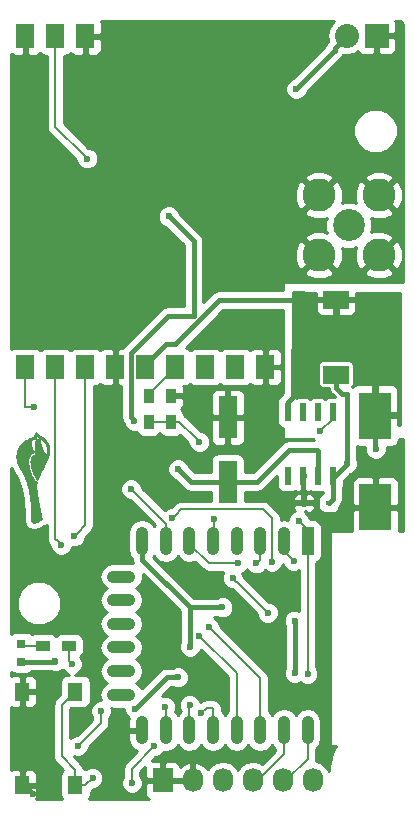
<source format=gtl>
G04 #@! TF.FileFunction,Copper,L1,Top,Signal*
%FSLAX46Y46*%
G04 Gerber Fmt 4.6, Leading zero omitted, Abs format (unit mm)*
G04 Created by KiCad (PCBNEW (2015-11-03 BZR 6296)-product) date Tuesday, November 17, 2015 'PMt' 04:43:17 PM*
%MOMM*%
G01*
G04 APERTURE LIST*
%ADD10C,0.100000*%
%ADD11C,0.010000*%
%ADD12R,1.600200X3.599180*%
%ADD13R,2.700020X4.000500*%
%ADD14R,0.590000X0.450000*%
%ADD15R,0.797560X0.797560*%
%ADD16C,2.800000*%
%ADD17C,2.700000*%
%ADD18R,2.200000X1.500000*%
%ADD19R,1.200000X0.900000*%
%ADD20R,1.600000X2.000000*%
%ADD21O,2.400000X1.100000*%
%ADD22R,1.100000X2.400000*%
%ADD23O,1.100000X2.400000*%
%ADD24R,0.600000X1.550000*%
%ADD25R,1.727200X2.032000*%
%ADD26O,1.727200X2.032000*%
%ADD27R,1.300000X1.550000*%
%ADD28R,2.032000X2.032000*%
%ADD29O,2.032000X2.032000*%
%ADD30R,0.900000X1.200000*%
%ADD31C,0.600000*%
%ADD32C,0.200000*%
%ADD33C,0.400000*%
%ADD34C,0.254000*%
%ADD35C,0.300000*%
G04 APERTURE END LIST*
D10*
D11*
G36*
X183894931Y-99359423D02*
X183894428Y-99391094D01*
X183893379Y-99418725D01*
X183891660Y-99443824D01*
X183889149Y-99467893D01*
X183885724Y-99492439D01*
X183881260Y-99518967D01*
X183877185Y-99540931D01*
X183864422Y-99599786D01*
X183848355Y-99660883D01*
X183829818Y-99721336D01*
X183809646Y-99778260D01*
X183805223Y-99789639D01*
X183788030Y-99832817D01*
X183770892Y-99875192D01*
X183753630Y-99917150D01*
X183736063Y-99959080D01*
X183718011Y-100001369D01*
X183699293Y-100044404D01*
X183679729Y-100088573D01*
X183659138Y-100134265D01*
X183637341Y-100181866D01*
X183614156Y-100231764D01*
X183589403Y-100284347D01*
X183562901Y-100340003D01*
X183534472Y-100399118D01*
X183503933Y-100462082D01*
X183471104Y-100529280D01*
X183435806Y-100601102D01*
X183397857Y-100677935D01*
X183357077Y-100760166D01*
X183313286Y-100848183D01*
X183301963Y-100870903D01*
X183263019Y-100949183D01*
X183227120Y-101021702D01*
X183194039Y-101088949D01*
X183163552Y-101151415D01*
X183135433Y-101209589D01*
X183109455Y-101263962D01*
X183085394Y-101315024D01*
X183063022Y-101363265D01*
X183042115Y-101409175D01*
X183022447Y-101453244D01*
X183003792Y-101495962D01*
X182985924Y-101537819D01*
X182968618Y-101579306D01*
X182951647Y-101620912D01*
X182934787Y-101663128D01*
X182921719Y-101696403D01*
X182912482Y-101719926D01*
X182903963Y-101741319D01*
X182896527Y-101759688D01*
X182890540Y-101774143D01*
X182886365Y-101783791D01*
X182884376Y-101787732D01*
X182880281Y-101787199D01*
X182872263Y-101781987D01*
X182861032Y-101772739D01*
X182847296Y-101760100D01*
X182831764Y-101744712D01*
X182815145Y-101727219D01*
X182803343Y-101714178D01*
X182747242Y-101646199D01*
X182693747Y-101571764D01*
X182642914Y-101490994D01*
X182594800Y-101404011D01*
X182549462Y-101310938D01*
X182506957Y-101211897D01*
X182467342Y-101107009D01*
X182430673Y-100996398D01*
X182397008Y-100880185D01*
X182374704Y-100793292D01*
X182351462Y-100692697D01*
X182332133Y-100597709D01*
X182316697Y-100508081D01*
X182305132Y-100423561D01*
X182297420Y-100343901D01*
X182293538Y-100268851D01*
X182293465Y-100198163D01*
X182297182Y-100131587D01*
X182304668Y-100068874D01*
X182311340Y-100031082D01*
X182326252Y-99970450D01*
X182345633Y-99915094D01*
X182369410Y-99865086D01*
X182397509Y-99820499D01*
X182429858Y-99781404D01*
X182466383Y-99747873D01*
X182507012Y-99719979D01*
X182551671Y-99697795D01*
X182600287Y-99681392D01*
X182652786Y-99670842D01*
X182679060Y-99667903D01*
X182690167Y-99667085D01*
X182698302Y-99666149D01*
X182704006Y-99664111D01*
X182707822Y-99659991D01*
X182710290Y-99652806D01*
X182711954Y-99641575D01*
X182713354Y-99625315D01*
X182715033Y-99603045D01*
X182715063Y-99602667D01*
X182717290Y-99575115D01*
X182719184Y-99553944D01*
X182720834Y-99538491D01*
X182722327Y-99528094D01*
X182723751Y-99522090D01*
X182725193Y-99519817D01*
X182726026Y-99519918D01*
X182727335Y-99517973D01*
X182727560Y-99511139D01*
X182726886Y-99501468D01*
X182725503Y-99491010D01*
X182723597Y-99481817D01*
X182722141Y-99477431D01*
X182720624Y-99471923D01*
X182718164Y-99460616D01*
X182714992Y-99444669D01*
X182711335Y-99425241D01*
X182707422Y-99403489D01*
X182706471Y-99398056D01*
X182692964Y-99316570D01*
X182681591Y-99239154D01*
X182672013Y-99163266D01*
X182663891Y-99086367D01*
X182661706Y-99062917D01*
X182660112Y-99040487D01*
X182658879Y-99013281D01*
X182658007Y-98982652D01*
X182657496Y-98949951D01*
X182657348Y-98916529D01*
X182657562Y-98883738D01*
X182658139Y-98852930D01*
X182659080Y-98825455D01*
X182660385Y-98802666D01*
X182661598Y-98789514D01*
X182671253Y-98716686D01*
X182683140Y-98645829D01*
X182697651Y-98575068D01*
X182715178Y-98502527D01*
X182736110Y-98426331D01*
X182740632Y-98410857D01*
X182747425Y-98388243D01*
X182752778Y-98371577D01*
X182757041Y-98359982D01*
X182760562Y-98352578D01*
X182763691Y-98348490D01*
X182766032Y-98347057D01*
X182771145Y-98346091D01*
X182782439Y-98344509D01*
X182799075Y-98342410D01*
X182820217Y-98339895D01*
X182845025Y-98337063D01*
X182872662Y-98334013D01*
X182901608Y-98330918D01*
X182935601Y-98327321D01*
X182963243Y-98324435D01*
X182985209Y-98322312D01*
X183002170Y-98321001D01*
X183014802Y-98320553D01*
X183023777Y-98321018D01*
X183029770Y-98322447D01*
X183033453Y-98324890D01*
X183035501Y-98328397D01*
X183036587Y-98333018D01*
X183037385Y-98338805D01*
X183037717Y-98341091D01*
X183039746Y-98352337D01*
X183043203Y-98369389D01*
X183047849Y-98391193D01*
X183053445Y-98416700D01*
X183059751Y-98444858D01*
X183066529Y-98474615D01*
X183073539Y-98504921D01*
X183080543Y-98534725D01*
X183087300Y-98562975D01*
X183093573Y-98588620D01*
X183098407Y-98607833D01*
X183125766Y-98710462D01*
X183153603Y-98806453D01*
X183182055Y-98896213D01*
X183211258Y-98980153D01*
X183241350Y-99058680D01*
X183272466Y-99132203D01*
X183277787Y-99144056D01*
X183312240Y-99214730D01*
X183351978Y-99286700D01*
X183395908Y-99358246D01*
X183442934Y-99427648D01*
X183491963Y-99493190D01*
X183528214Y-99537403D01*
X183543577Y-99555065D01*
X183559988Y-99573398D01*
X183576756Y-99591684D01*
X183593190Y-99609206D01*
X183608599Y-99625249D01*
X183622291Y-99639095D01*
X183633576Y-99650027D01*
X183641762Y-99657329D01*
X183646159Y-99660283D01*
X183646632Y-99660219D01*
X183649881Y-99654114D01*
X183654203Y-99642137D01*
X183659337Y-99625347D01*
X183665020Y-99604801D01*
X183670989Y-99581556D01*
X183676981Y-99556670D01*
X183682735Y-99531199D01*
X183687987Y-99506201D01*
X183692474Y-99482732D01*
X183695935Y-99461852D01*
X183695979Y-99461556D01*
X183702523Y-99406513D01*
X183705577Y-99352179D01*
X183705107Y-99297039D01*
X183701077Y-99239581D01*
X183693452Y-99178289D01*
X183688739Y-99148461D01*
X183670150Y-99055204D01*
X183646293Y-98965771D01*
X183617275Y-98880377D01*
X183583203Y-98799234D01*
X183544182Y-98722557D01*
X183500319Y-98650558D01*
X183451720Y-98583451D01*
X183398491Y-98521449D01*
X183355085Y-98477949D01*
X183306444Y-98435574D01*
X183255667Y-98397536D01*
X183203770Y-98364493D01*
X183151770Y-98337105D01*
X183110645Y-98319656D01*
X183098231Y-98314680D01*
X183088063Y-98310056D01*
X183082348Y-98306789D01*
X183079042Y-98303532D01*
X183071330Y-98295631D01*
X183059666Y-98283561D01*
X183044504Y-98267793D01*
X183026296Y-98248801D01*
X183005496Y-98227057D01*
X182982558Y-98203034D01*
X182957935Y-98177205D01*
X182939691Y-98158042D01*
X182914263Y-98131341D01*
X182890288Y-98106208D01*
X182868206Y-98083104D01*
X182848460Y-98062486D01*
X182831487Y-98044813D01*
X182817730Y-98030545D01*
X182807629Y-98020139D01*
X182801624Y-98014055D01*
X182800078Y-98012607D01*
X182798301Y-98015572D01*
X182793948Y-98024384D01*
X182787299Y-98038436D01*
X182778632Y-98057123D01*
X182768227Y-98079836D01*
X182756363Y-98105972D01*
X182743317Y-98134923D01*
X182729370Y-98166083D01*
X182726077Y-98173468D01*
X182654058Y-98335126D01*
X182593786Y-98351981D01*
X182565801Y-98360094D01*
X182533466Y-98369941D01*
X182498653Y-98380916D01*
X182463238Y-98392411D01*
X182429093Y-98403817D01*
X182398093Y-98414527D01*
X182373243Y-98423511D01*
X182359557Y-98428959D01*
X182351083Y-98433479D01*
X182346267Y-98438136D01*
X182343608Y-98443830D01*
X182342442Y-98451132D01*
X182341504Y-98464453D01*
X182340791Y-98482760D01*
X182340303Y-98505020D01*
X182340035Y-98530201D01*
X182339987Y-98557269D01*
X182340155Y-98585192D01*
X182340539Y-98612937D01*
X182341134Y-98639472D01*
X182341940Y-98663763D01*
X182342954Y-98684777D01*
X182344159Y-98701319D01*
X182361788Y-98864261D01*
X182375162Y-98964139D01*
X182381600Y-99006859D01*
X182387900Y-99043678D01*
X182394376Y-99075734D01*
X182401339Y-99104167D01*
X182409101Y-99130116D01*
X182417975Y-99154721D01*
X182428273Y-99179122D01*
X182440306Y-99204457D01*
X182441853Y-99207556D01*
X182473187Y-99263115D01*
X182510789Y-99317664D01*
X182553872Y-99370233D01*
X182601647Y-99419852D01*
X182646958Y-99460314D01*
X182668681Y-99478347D01*
X182643431Y-99480748D01*
X182596009Y-99487775D01*
X182546832Y-99499681D01*
X182497776Y-99515802D01*
X182450718Y-99535477D01*
X182407537Y-99558042D01*
X182385711Y-99571719D01*
X182335994Y-99609340D01*
X182290997Y-99652141D01*
X182250749Y-99700037D01*
X182215277Y-99752937D01*
X182184611Y-99810757D01*
X182158777Y-99873406D01*
X182137803Y-99940799D01*
X182121718Y-100012848D01*
X182110549Y-100089465D01*
X182104324Y-100170562D01*
X182103071Y-100256053D01*
X182106818Y-100345848D01*
X182113861Y-100424639D01*
X182123178Y-100497782D01*
X182135491Y-100575875D01*
X182150519Y-100657621D01*
X182167976Y-100741724D01*
X182187582Y-100826887D01*
X182209051Y-100911813D01*
X182232101Y-100995205D01*
X182255255Y-101071986D01*
X182287888Y-101169460D01*
X182323330Y-101263786D01*
X182361371Y-101354613D01*
X182401797Y-101441592D01*
X182444400Y-101524372D01*
X182488966Y-101602604D01*
X182535286Y-101675937D01*
X182583147Y-101744021D01*
X182632339Y-101806506D01*
X182682650Y-101863041D01*
X182733869Y-101913278D01*
X182785785Y-101956865D01*
X182791897Y-101961516D01*
X182804324Y-101971132D01*
X182811896Y-101977892D01*
X182815578Y-101982929D01*
X182816336Y-101987377D01*
X182815921Y-101989726D01*
X182811612Y-102009163D01*
X182806930Y-102034240D01*
X182802078Y-102063568D01*
X182797263Y-102095757D01*
X182792687Y-102129415D01*
X182788557Y-102163152D01*
X182785077Y-102195578D01*
X182784068Y-102206167D01*
X182781538Y-102237905D01*
X182779816Y-102269888D01*
X182778933Y-102302791D01*
X182778920Y-102337290D01*
X182779806Y-102374060D01*
X182781623Y-102413775D01*
X182784401Y-102457113D01*
X182788171Y-102504746D01*
X182792963Y-102557352D01*
X182798808Y-102615605D01*
X182805400Y-102677125D01*
X182815763Y-102766165D01*
X182827982Y-102861639D01*
X182841993Y-102963193D01*
X182857731Y-103070469D01*
X182875132Y-103183115D01*
X182894133Y-103300774D01*
X182914668Y-103423091D01*
X182936674Y-103549712D01*
X182960086Y-103680280D01*
X182984840Y-103814441D01*
X183010872Y-103951840D01*
X183038118Y-104092121D01*
X183066514Y-104234930D01*
X183095994Y-104379911D01*
X183126495Y-104526709D01*
X183157954Y-104674969D01*
X183190304Y-104824335D01*
X183209592Y-104911972D01*
X183219446Y-104956466D01*
X183227733Y-104994684D01*
X183234320Y-105027258D01*
X183239072Y-105054823D01*
X183241854Y-105078011D01*
X183242532Y-105097455D01*
X183240972Y-105113788D01*
X183237038Y-105127642D01*
X183230596Y-105139652D01*
X183221512Y-105150449D01*
X183209652Y-105160667D01*
X183194880Y-105170938D01*
X183177062Y-105181896D01*
X183156064Y-105194174D01*
X183148705Y-105198453D01*
X183082928Y-105235722D01*
X183017678Y-105270654D01*
X182953786Y-105302855D01*
X182892085Y-105331929D01*
X182833406Y-105357481D01*
X182778581Y-105379117D01*
X182739141Y-105392982D01*
X182686728Y-105408442D01*
X182637816Y-105419158D01*
X182592633Y-105425158D01*
X182551406Y-105426469D01*
X182514365Y-105423119D01*
X182481738Y-105415134D01*
X182453753Y-105402543D01*
X182430638Y-105385372D01*
X182412622Y-105363649D01*
X182406605Y-105353124D01*
X182401846Y-105342991D01*
X182397476Y-105331941D01*
X182393467Y-105319615D01*
X182389791Y-105305657D01*
X182386419Y-105289709D01*
X182383323Y-105271413D01*
X182380476Y-105250414D01*
X182377848Y-105226352D01*
X182375413Y-105198872D01*
X182373141Y-105167615D01*
X182371005Y-105132225D01*
X182368977Y-105092343D01*
X182367027Y-105047613D01*
X182365129Y-104997677D01*
X182363254Y-104942178D01*
X182361374Y-104880759D01*
X182359460Y-104813062D01*
X182357485Y-104738731D01*
X182357131Y-104725000D01*
X182353793Y-104602923D01*
X182350214Y-104487344D01*
X182346361Y-104377707D01*
X182342206Y-104273456D01*
X182337716Y-104174037D01*
X182332862Y-104078895D01*
X182327612Y-103987474D01*
X182321936Y-103899219D01*
X182315804Y-103813574D01*
X182309184Y-103729985D01*
X182302046Y-103647897D01*
X182294360Y-103566754D01*
X182291655Y-103539667D01*
X182277823Y-103410967D01*
X182262727Y-103286502D01*
X182246195Y-103165523D01*
X182228059Y-103047281D01*
X182208149Y-102931028D01*
X182186295Y-102816016D01*
X182162329Y-102701496D01*
X182136080Y-102586721D01*
X182107380Y-102470941D01*
X182076058Y-102353408D01*
X182041946Y-102233373D01*
X182004873Y-102110090D01*
X181964671Y-101982808D01*
X181921170Y-101850780D01*
X181885449Y-101745792D01*
X181867941Y-101695932D01*
X181850515Y-101648400D01*
X181832850Y-101602527D01*
X181814626Y-101557643D01*
X181795524Y-101513080D01*
X181775221Y-101468167D01*
X181753399Y-101422235D01*
X181729737Y-101374615D01*
X181703915Y-101324637D01*
X181675612Y-101271633D01*
X181644508Y-101214932D01*
X181610283Y-101153865D01*
X181572616Y-101087763D01*
X181560507Y-101066694D01*
X181526777Y-101008073D01*
X181496349Y-100955102D01*
X181468975Y-100907334D01*
X181444409Y-100864321D01*
X181422404Y-100825616D01*
X181402713Y-100790771D01*
X181385090Y-100759338D01*
X181369286Y-100730870D01*
X181355056Y-100704919D01*
X181342152Y-100681037D01*
X181330328Y-100658777D01*
X181319336Y-100637692D01*
X181308930Y-100617332D01*
X181298862Y-100597252D01*
X181288887Y-100577003D01*
X181278756Y-100556138D01*
X181277872Y-100554306D01*
X181246435Y-100486867D01*
X181219181Y-100423250D01*
X181195718Y-100362082D01*
X181175655Y-100301992D01*
X181158598Y-100241609D01*
X181144156Y-100179560D01*
X181131936Y-100114474D01*
X181121546Y-100044978D01*
X181113721Y-99980139D01*
X181109961Y-99939152D01*
X181107001Y-99893206D01*
X181104895Y-99844358D01*
X181103699Y-99794663D01*
X181103468Y-99746179D01*
X181104256Y-99700962D01*
X181105492Y-99671458D01*
X181112135Y-99591912D01*
X181123257Y-99511456D01*
X181138557Y-99431278D01*
X181157737Y-99352567D01*
X181180499Y-99276511D01*
X181206544Y-99204298D01*
X181235573Y-99137116D01*
X181244375Y-99119008D01*
X181288628Y-99038028D01*
X181339592Y-98958806D01*
X181397107Y-98881482D01*
X181461017Y-98806195D01*
X181531164Y-98733086D01*
X181607390Y-98662295D01*
X181689537Y-98593960D01*
X181777448Y-98528223D01*
X181870964Y-98465222D01*
X181969930Y-98405097D01*
X182074186Y-98347989D01*
X182164799Y-98302897D01*
X182204713Y-98284559D01*
X182246078Y-98266937D01*
X182290186Y-98249526D01*
X182338328Y-98231819D01*
X182391796Y-98213310D01*
X182404750Y-98208965D01*
X182428196Y-98201296D01*
X182453786Y-98193193D01*
X182480327Y-98185008D01*
X182506627Y-98177093D01*
X182531492Y-98169801D01*
X182553731Y-98163485D01*
X182572152Y-98158496D01*
X182585560Y-98155187D01*
X182589442Y-98154378D01*
X182601004Y-98152209D01*
X182683572Y-97947595D01*
X182698117Y-97911615D01*
X182711915Y-97877607D01*
X182724734Y-97846132D01*
X182736346Y-97817748D01*
X182746520Y-97793014D01*
X182755026Y-97772490D01*
X182761633Y-97756734D01*
X182766111Y-97746307D01*
X182768231Y-97741768D01*
X182768344Y-97741619D01*
X182770994Y-97743960D01*
X182777950Y-97751162D01*
X182788837Y-97762812D01*
X182803276Y-97778495D01*
X182820892Y-97797797D01*
X182841306Y-97820304D01*
X182864141Y-97845601D01*
X182889021Y-97873274D01*
X182915568Y-97902909D01*
X182938231Y-97928286D01*
X182970360Y-97964302D01*
X182998154Y-97995416D01*
X183021967Y-98021998D01*
X183042152Y-98044415D01*
X183059065Y-98063038D01*
X183073058Y-98078235D01*
X183084487Y-98090376D01*
X183093706Y-98099830D01*
X183101069Y-98106965D01*
X183106929Y-98112152D01*
X183111642Y-98115759D01*
X183115561Y-98118156D01*
X183119041Y-98119712D01*
X183122435Y-98120795D01*
X183123103Y-98120979D01*
X183143652Y-98127388D01*
X183168602Y-98136490D01*
X183196184Y-98147560D01*
X183224625Y-98159874D01*
X183252157Y-98172705D01*
X183265446Y-98179300D01*
X183323655Y-98211749D01*
X183379780Y-98248977D01*
X183434751Y-98291666D01*
X183489498Y-98340499D01*
X183503151Y-98353642D01*
X183556690Y-98409151D01*
X183605173Y-98466431D01*
X183649469Y-98526685D01*
X183690443Y-98591117D01*
X183728963Y-98660931D01*
X183739580Y-98681917D01*
X183771452Y-98749971D01*
X183799287Y-98817985D01*
X183823459Y-98887187D01*
X183844341Y-98958807D01*
X183862308Y-99034072D01*
X183877732Y-99114212D01*
X183885248Y-99160680D01*
X183888168Y-99180516D01*
X183890434Y-99197844D01*
X183892130Y-99214061D01*
X183893341Y-99230562D01*
X183894152Y-99248742D01*
X183894645Y-99269998D01*
X183894906Y-99295724D01*
X183895009Y-99322208D01*
X183894931Y-99359423D01*
X183894931Y-99359423D01*
G37*
X183894931Y-99359423D02*
X183894428Y-99391094D01*
X183893379Y-99418725D01*
X183891660Y-99443824D01*
X183889149Y-99467893D01*
X183885724Y-99492439D01*
X183881260Y-99518967D01*
X183877185Y-99540931D01*
X183864422Y-99599786D01*
X183848355Y-99660883D01*
X183829818Y-99721336D01*
X183809646Y-99778260D01*
X183805223Y-99789639D01*
X183788030Y-99832817D01*
X183770892Y-99875192D01*
X183753630Y-99917150D01*
X183736063Y-99959080D01*
X183718011Y-100001369D01*
X183699293Y-100044404D01*
X183679729Y-100088573D01*
X183659138Y-100134265D01*
X183637341Y-100181866D01*
X183614156Y-100231764D01*
X183589403Y-100284347D01*
X183562901Y-100340003D01*
X183534472Y-100399118D01*
X183503933Y-100462082D01*
X183471104Y-100529280D01*
X183435806Y-100601102D01*
X183397857Y-100677935D01*
X183357077Y-100760166D01*
X183313286Y-100848183D01*
X183301963Y-100870903D01*
X183263019Y-100949183D01*
X183227120Y-101021702D01*
X183194039Y-101088949D01*
X183163552Y-101151415D01*
X183135433Y-101209589D01*
X183109455Y-101263962D01*
X183085394Y-101315024D01*
X183063022Y-101363265D01*
X183042115Y-101409175D01*
X183022447Y-101453244D01*
X183003792Y-101495962D01*
X182985924Y-101537819D01*
X182968618Y-101579306D01*
X182951647Y-101620912D01*
X182934787Y-101663128D01*
X182921719Y-101696403D01*
X182912482Y-101719926D01*
X182903963Y-101741319D01*
X182896527Y-101759688D01*
X182890540Y-101774143D01*
X182886365Y-101783791D01*
X182884376Y-101787732D01*
X182880281Y-101787199D01*
X182872263Y-101781987D01*
X182861032Y-101772739D01*
X182847296Y-101760100D01*
X182831764Y-101744712D01*
X182815145Y-101727219D01*
X182803343Y-101714178D01*
X182747242Y-101646199D01*
X182693747Y-101571764D01*
X182642914Y-101490994D01*
X182594800Y-101404011D01*
X182549462Y-101310938D01*
X182506957Y-101211897D01*
X182467342Y-101107009D01*
X182430673Y-100996398D01*
X182397008Y-100880185D01*
X182374704Y-100793292D01*
X182351462Y-100692697D01*
X182332133Y-100597709D01*
X182316697Y-100508081D01*
X182305132Y-100423561D01*
X182297420Y-100343901D01*
X182293538Y-100268851D01*
X182293465Y-100198163D01*
X182297182Y-100131587D01*
X182304668Y-100068874D01*
X182311340Y-100031082D01*
X182326252Y-99970450D01*
X182345633Y-99915094D01*
X182369410Y-99865086D01*
X182397509Y-99820499D01*
X182429858Y-99781404D01*
X182466383Y-99747873D01*
X182507012Y-99719979D01*
X182551671Y-99697795D01*
X182600287Y-99681392D01*
X182652786Y-99670842D01*
X182679060Y-99667903D01*
X182690167Y-99667085D01*
X182698302Y-99666149D01*
X182704006Y-99664111D01*
X182707822Y-99659991D01*
X182710290Y-99652806D01*
X182711954Y-99641575D01*
X182713354Y-99625315D01*
X182715033Y-99603045D01*
X182715063Y-99602667D01*
X182717290Y-99575115D01*
X182719184Y-99553944D01*
X182720834Y-99538491D01*
X182722327Y-99528094D01*
X182723751Y-99522090D01*
X182725193Y-99519817D01*
X182726026Y-99519918D01*
X182727335Y-99517973D01*
X182727560Y-99511139D01*
X182726886Y-99501468D01*
X182725503Y-99491010D01*
X182723597Y-99481817D01*
X182722141Y-99477431D01*
X182720624Y-99471923D01*
X182718164Y-99460616D01*
X182714992Y-99444669D01*
X182711335Y-99425241D01*
X182707422Y-99403489D01*
X182706471Y-99398056D01*
X182692964Y-99316570D01*
X182681591Y-99239154D01*
X182672013Y-99163266D01*
X182663891Y-99086367D01*
X182661706Y-99062917D01*
X182660112Y-99040487D01*
X182658879Y-99013281D01*
X182658007Y-98982652D01*
X182657496Y-98949951D01*
X182657348Y-98916529D01*
X182657562Y-98883738D01*
X182658139Y-98852930D01*
X182659080Y-98825455D01*
X182660385Y-98802666D01*
X182661598Y-98789514D01*
X182671253Y-98716686D01*
X182683140Y-98645829D01*
X182697651Y-98575068D01*
X182715178Y-98502527D01*
X182736110Y-98426331D01*
X182740632Y-98410857D01*
X182747425Y-98388243D01*
X182752778Y-98371577D01*
X182757041Y-98359982D01*
X182760562Y-98352578D01*
X182763691Y-98348490D01*
X182766032Y-98347057D01*
X182771145Y-98346091D01*
X182782439Y-98344509D01*
X182799075Y-98342410D01*
X182820217Y-98339895D01*
X182845025Y-98337063D01*
X182872662Y-98334013D01*
X182901608Y-98330918D01*
X182935601Y-98327321D01*
X182963243Y-98324435D01*
X182985209Y-98322312D01*
X183002170Y-98321001D01*
X183014802Y-98320553D01*
X183023777Y-98321018D01*
X183029770Y-98322447D01*
X183033453Y-98324890D01*
X183035501Y-98328397D01*
X183036587Y-98333018D01*
X183037385Y-98338805D01*
X183037717Y-98341091D01*
X183039746Y-98352337D01*
X183043203Y-98369389D01*
X183047849Y-98391193D01*
X183053445Y-98416700D01*
X183059751Y-98444858D01*
X183066529Y-98474615D01*
X183073539Y-98504921D01*
X183080543Y-98534725D01*
X183087300Y-98562975D01*
X183093573Y-98588620D01*
X183098407Y-98607833D01*
X183125766Y-98710462D01*
X183153603Y-98806453D01*
X183182055Y-98896213D01*
X183211258Y-98980153D01*
X183241350Y-99058680D01*
X183272466Y-99132203D01*
X183277787Y-99144056D01*
X183312240Y-99214730D01*
X183351978Y-99286700D01*
X183395908Y-99358246D01*
X183442934Y-99427648D01*
X183491963Y-99493190D01*
X183528214Y-99537403D01*
X183543577Y-99555065D01*
X183559988Y-99573398D01*
X183576756Y-99591684D01*
X183593190Y-99609206D01*
X183608599Y-99625249D01*
X183622291Y-99639095D01*
X183633576Y-99650027D01*
X183641762Y-99657329D01*
X183646159Y-99660283D01*
X183646632Y-99660219D01*
X183649881Y-99654114D01*
X183654203Y-99642137D01*
X183659337Y-99625347D01*
X183665020Y-99604801D01*
X183670989Y-99581556D01*
X183676981Y-99556670D01*
X183682735Y-99531199D01*
X183687987Y-99506201D01*
X183692474Y-99482732D01*
X183695935Y-99461852D01*
X183695979Y-99461556D01*
X183702523Y-99406513D01*
X183705577Y-99352179D01*
X183705107Y-99297039D01*
X183701077Y-99239581D01*
X183693452Y-99178289D01*
X183688739Y-99148461D01*
X183670150Y-99055204D01*
X183646293Y-98965771D01*
X183617275Y-98880377D01*
X183583203Y-98799234D01*
X183544182Y-98722557D01*
X183500319Y-98650558D01*
X183451720Y-98583451D01*
X183398491Y-98521449D01*
X183355085Y-98477949D01*
X183306444Y-98435574D01*
X183255667Y-98397536D01*
X183203770Y-98364493D01*
X183151770Y-98337105D01*
X183110645Y-98319656D01*
X183098231Y-98314680D01*
X183088063Y-98310056D01*
X183082348Y-98306789D01*
X183079042Y-98303532D01*
X183071330Y-98295631D01*
X183059666Y-98283561D01*
X183044504Y-98267793D01*
X183026296Y-98248801D01*
X183005496Y-98227057D01*
X182982558Y-98203034D01*
X182957935Y-98177205D01*
X182939691Y-98158042D01*
X182914263Y-98131341D01*
X182890288Y-98106208D01*
X182868206Y-98083104D01*
X182848460Y-98062486D01*
X182831487Y-98044813D01*
X182817730Y-98030545D01*
X182807629Y-98020139D01*
X182801624Y-98014055D01*
X182800078Y-98012607D01*
X182798301Y-98015572D01*
X182793948Y-98024384D01*
X182787299Y-98038436D01*
X182778632Y-98057123D01*
X182768227Y-98079836D01*
X182756363Y-98105972D01*
X182743317Y-98134923D01*
X182729370Y-98166083D01*
X182726077Y-98173468D01*
X182654058Y-98335126D01*
X182593786Y-98351981D01*
X182565801Y-98360094D01*
X182533466Y-98369941D01*
X182498653Y-98380916D01*
X182463238Y-98392411D01*
X182429093Y-98403817D01*
X182398093Y-98414527D01*
X182373243Y-98423511D01*
X182359557Y-98428959D01*
X182351083Y-98433479D01*
X182346267Y-98438136D01*
X182343608Y-98443830D01*
X182342442Y-98451132D01*
X182341504Y-98464453D01*
X182340791Y-98482760D01*
X182340303Y-98505020D01*
X182340035Y-98530201D01*
X182339987Y-98557269D01*
X182340155Y-98585192D01*
X182340539Y-98612937D01*
X182341134Y-98639472D01*
X182341940Y-98663763D01*
X182342954Y-98684777D01*
X182344159Y-98701319D01*
X182361788Y-98864261D01*
X182375162Y-98964139D01*
X182381600Y-99006859D01*
X182387900Y-99043678D01*
X182394376Y-99075734D01*
X182401339Y-99104167D01*
X182409101Y-99130116D01*
X182417975Y-99154721D01*
X182428273Y-99179122D01*
X182440306Y-99204457D01*
X182441853Y-99207556D01*
X182473187Y-99263115D01*
X182510789Y-99317664D01*
X182553872Y-99370233D01*
X182601647Y-99419852D01*
X182646958Y-99460314D01*
X182668681Y-99478347D01*
X182643431Y-99480748D01*
X182596009Y-99487775D01*
X182546832Y-99499681D01*
X182497776Y-99515802D01*
X182450718Y-99535477D01*
X182407537Y-99558042D01*
X182385711Y-99571719D01*
X182335994Y-99609340D01*
X182290997Y-99652141D01*
X182250749Y-99700037D01*
X182215277Y-99752937D01*
X182184611Y-99810757D01*
X182158777Y-99873406D01*
X182137803Y-99940799D01*
X182121718Y-100012848D01*
X182110549Y-100089465D01*
X182104324Y-100170562D01*
X182103071Y-100256053D01*
X182106818Y-100345848D01*
X182113861Y-100424639D01*
X182123178Y-100497782D01*
X182135491Y-100575875D01*
X182150519Y-100657621D01*
X182167976Y-100741724D01*
X182187582Y-100826887D01*
X182209051Y-100911813D01*
X182232101Y-100995205D01*
X182255255Y-101071986D01*
X182287888Y-101169460D01*
X182323330Y-101263786D01*
X182361371Y-101354613D01*
X182401797Y-101441592D01*
X182444400Y-101524372D01*
X182488966Y-101602604D01*
X182535286Y-101675937D01*
X182583147Y-101744021D01*
X182632339Y-101806506D01*
X182682650Y-101863041D01*
X182733869Y-101913278D01*
X182785785Y-101956865D01*
X182791897Y-101961516D01*
X182804324Y-101971132D01*
X182811896Y-101977892D01*
X182815578Y-101982929D01*
X182816336Y-101987377D01*
X182815921Y-101989726D01*
X182811612Y-102009163D01*
X182806930Y-102034240D01*
X182802078Y-102063568D01*
X182797263Y-102095757D01*
X182792687Y-102129415D01*
X182788557Y-102163152D01*
X182785077Y-102195578D01*
X182784068Y-102206167D01*
X182781538Y-102237905D01*
X182779816Y-102269888D01*
X182778933Y-102302791D01*
X182778920Y-102337290D01*
X182779806Y-102374060D01*
X182781623Y-102413775D01*
X182784401Y-102457113D01*
X182788171Y-102504746D01*
X182792963Y-102557352D01*
X182798808Y-102615605D01*
X182805400Y-102677125D01*
X182815763Y-102766165D01*
X182827982Y-102861639D01*
X182841993Y-102963193D01*
X182857731Y-103070469D01*
X182875132Y-103183115D01*
X182894133Y-103300774D01*
X182914668Y-103423091D01*
X182936674Y-103549712D01*
X182960086Y-103680280D01*
X182984840Y-103814441D01*
X183010872Y-103951840D01*
X183038118Y-104092121D01*
X183066514Y-104234930D01*
X183095994Y-104379911D01*
X183126495Y-104526709D01*
X183157954Y-104674969D01*
X183190304Y-104824335D01*
X183209592Y-104911972D01*
X183219446Y-104956466D01*
X183227733Y-104994684D01*
X183234320Y-105027258D01*
X183239072Y-105054823D01*
X183241854Y-105078011D01*
X183242532Y-105097455D01*
X183240972Y-105113788D01*
X183237038Y-105127642D01*
X183230596Y-105139652D01*
X183221512Y-105150449D01*
X183209652Y-105160667D01*
X183194880Y-105170938D01*
X183177062Y-105181896D01*
X183156064Y-105194174D01*
X183148705Y-105198453D01*
X183082928Y-105235722D01*
X183017678Y-105270654D01*
X182953786Y-105302855D01*
X182892085Y-105331929D01*
X182833406Y-105357481D01*
X182778581Y-105379117D01*
X182739141Y-105392982D01*
X182686728Y-105408442D01*
X182637816Y-105419158D01*
X182592633Y-105425158D01*
X182551406Y-105426469D01*
X182514365Y-105423119D01*
X182481738Y-105415134D01*
X182453753Y-105402543D01*
X182430638Y-105385372D01*
X182412622Y-105363649D01*
X182406605Y-105353124D01*
X182401846Y-105342991D01*
X182397476Y-105331941D01*
X182393467Y-105319615D01*
X182389791Y-105305657D01*
X182386419Y-105289709D01*
X182383323Y-105271413D01*
X182380476Y-105250414D01*
X182377848Y-105226352D01*
X182375413Y-105198872D01*
X182373141Y-105167615D01*
X182371005Y-105132225D01*
X182368977Y-105092343D01*
X182367027Y-105047613D01*
X182365129Y-104997677D01*
X182363254Y-104942178D01*
X182361374Y-104880759D01*
X182359460Y-104813062D01*
X182357485Y-104738731D01*
X182357131Y-104725000D01*
X182353793Y-104602923D01*
X182350214Y-104487344D01*
X182346361Y-104377707D01*
X182342206Y-104273456D01*
X182337716Y-104174037D01*
X182332862Y-104078895D01*
X182327612Y-103987474D01*
X182321936Y-103899219D01*
X182315804Y-103813574D01*
X182309184Y-103729985D01*
X182302046Y-103647897D01*
X182294360Y-103566754D01*
X182291655Y-103539667D01*
X182277823Y-103410967D01*
X182262727Y-103286502D01*
X182246195Y-103165523D01*
X182228059Y-103047281D01*
X182208149Y-102931028D01*
X182186295Y-102816016D01*
X182162329Y-102701496D01*
X182136080Y-102586721D01*
X182107380Y-102470941D01*
X182076058Y-102353408D01*
X182041946Y-102233373D01*
X182004873Y-102110090D01*
X181964671Y-101982808D01*
X181921170Y-101850780D01*
X181885449Y-101745792D01*
X181867941Y-101695932D01*
X181850515Y-101648400D01*
X181832850Y-101602527D01*
X181814626Y-101557643D01*
X181795524Y-101513080D01*
X181775221Y-101468167D01*
X181753399Y-101422235D01*
X181729737Y-101374615D01*
X181703915Y-101324637D01*
X181675612Y-101271633D01*
X181644508Y-101214932D01*
X181610283Y-101153865D01*
X181572616Y-101087763D01*
X181560507Y-101066694D01*
X181526777Y-101008073D01*
X181496349Y-100955102D01*
X181468975Y-100907334D01*
X181444409Y-100864321D01*
X181422404Y-100825616D01*
X181402713Y-100790771D01*
X181385090Y-100759338D01*
X181369286Y-100730870D01*
X181355056Y-100704919D01*
X181342152Y-100681037D01*
X181330328Y-100658777D01*
X181319336Y-100637692D01*
X181308930Y-100617332D01*
X181298862Y-100597252D01*
X181288887Y-100577003D01*
X181278756Y-100556138D01*
X181277872Y-100554306D01*
X181246435Y-100486867D01*
X181219181Y-100423250D01*
X181195718Y-100362082D01*
X181175655Y-100301992D01*
X181158598Y-100241609D01*
X181144156Y-100179560D01*
X181131936Y-100114474D01*
X181121546Y-100044978D01*
X181113721Y-99980139D01*
X181109961Y-99939152D01*
X181107001Y-99893206D01*
X181104895Y-99844358D01*
X181103699Y-99794663D01*
X181103468Y-99746179D01*
X181104256Y-99700962D01*
X181105492Y-99671458D01*
X181112135Y-99591912D01*
X181123257Y-99511456D01*
X181138557Y-99431278D01*
X181157737Y-99352567D01*
X181180499Y-99276511D01*
X181206544Y-99204298D01*
X181235573Y-99137116D01*
X181244375Y-99119008D01*
X181288628Y-99038028D01*
X181339592Y-98958806D01*
X181397107Y-98881482D01*
X181461017Y-98806195D01*
X181531164Y-98733086D01*
X181607390Y-98662295D01*
X181689537Y-98593960D01*
X181777448Y-98528223D01*
X181870964Y-98465222D01*
X181969930Y-98405097D01*
X182074186Y-98347989D01*
X182164799Y-98302897D01*
X182204713Y-98284559D01*
X182246078Y-98266937D01*
X182290186Y-98249526D01*
X182338328Y-98231819D01*
X182391796Y-98213310D01*
X182404750Y-98208965D01*
X182428196Y-98201296D01*
X182453786Y-98193193D01*
X182480327Y-98185008D01*
X182506627Y-98177093D01*
X182531492Y-98169801D01*
X182553731Y-98163485D01*
X182572152Y-98158496D01*
X182585560Y-98155187D01*
X182589442Y-98154378D01*
X182601004Y-98152209D01*
X182683572Y-97947595D01*
X182698117Y-97911615D01*
X182711915Y-97877607D01*
X182724734Y-97846132D01*
X182736346Y-97817748D01*
X182746520Y-97793014D01*
X182755026Y-97772490D01*
X182761633Y-97756734D01*
X182766111Y-97746307D01*
X182768231Y-97741768D01*
X182768344Y-97741619D01*
X182770994Y-97743960D01*
X182777950Y-97751162D01*
X182788837Y-97762812D01*
X182803276Y-97778495D01*
X182820892Y-97797797D01*
X182841306Y-97820304D01*
X182864141Y-97845601D01*
X182889021Y-97873274D01*
X182915568Y-97902909D01*
X182938231Y-97928286D01*
X182970360Y-97964302D01*
X182998154Y-97995416D01*
X183021967Y-98021998D01*
X183042152Y-98044415D01*
X183059065Y-98063038D01*
X183073058Y-98078235D01*
X183084487Y-98090376D01*
X183093706Y-98099830D01*
X183101069Y-98106965D01*
X183106929Y-98112152D01*
X183111642Y-98115759D01*
X183115561Y-98118156D01*
X183119041Y-98119712D01*
X183122435Y-98120795D01*
X183123103Y-98120979D01*
X183143652Y-98127388D01*
X183168602Y-98136490D01*
X183196184Y-98147560D01*
X183224625Y-98159874D01*
X183252157Y-98172705D01*
X183265446Y-98179300D01*
X183323655Y-98211749D01*
X183379780Y-98248977D01*
X183434751Y-98291666D01*
X183489498Y-98340499D01*
X183503151Y-98353642D01*
X183556690Y-98409151D01*
X183605173Y-98466431D01*
X183649469Y-98526685D01*
X183690443Y-98591117D01*
X183728963Y-98660931D01*
X183739580Y-98681917D01*
X183771452Y-98749971D01*
X183799287Y-98817985D01*
X183823459Y-98887187D01*
X183844341Y-98958807D01*
X183862308Y-99034072D01*
X183877732Y-99114212D01*
X183885248Y-99160680D01*
X183888168Y-99180516D01*
X183890434Y-99197844D01*
X183892130Y-99214061D01*
X183893341Y-99230562D01*
X183894152Y-99248742D01*
X183894645Y-99269998D01*
X183894906Y-99295724D01*
X183895009Y-99322208D01*
X183894931Y-99359423D01*
D12*
X199000000Y-102000820D03*
X199000000Y-96499180D03*
D13*
X211500000Y-104138740D03*
X211500000Y-96361260D03*
D14*
X207555000Y-103750000D03*
X205445000Y-103750000D03*
D15*
X181525000Y-117199300D03*
X181525000Y-115700700D03*
D16*
X206710000Y-77710000D03*
X206710000Y-82790000D03*
X211790000Y-82790000D03*
X211790000Y-77710000D03*
D17*
X209250000Y-80250000D03*
D18*
X208200000Y-86600000D03*
X208200000Y-92900000D03*
D19*
X183350000Y-115850000D03*
X185550000Y-115850000D03*
D20*
X181850000Y-64250000D03*
X184390000Y-64250000D03*
X186930000Y-64250000D03*
X202170000Y-92250000D03*
X199630000Y-92250000D03*
X197090000Y-92250000D03*
X194550000Y-92250000D03*
X192010000Y-92250000D03*
X189470000Y-92250000D03*
X186930000Y-92250000D03*
X184390000Y-92250000D03*
X181850000Y-92250000D03*
D21*
X190000000Y-109990000D03*
X190000000Y-111990000D03*
X190000000Y-113990000D03*
X190000000Y-115990000D03*
X190000000Y-117990000D03*
X190000000Y-119990000D03*
D22*
X205750000Y-107000000D03*
D23*
X203750000Y-107000000D03*
X201750000Y-107000000D03*
X199750000Y-107000000D03*
X197750000Y-107000000D03*
X195750000Y-107000000D03*
X193750000Y-107000000D03*
X191750000Y-107000000D03*
X191750000Y-123000000D03*
X193750000Y-123000000D03*
X195750000Y-123000000D03*
X197750000Y-123000000D03*
X199750000Y-123000000D03*
X201750000Y-123000000D03*
X203750000Y-123000000D03*
X205750000Y-123000000D03*
D24*
X207905000Y-96050000D03*
X206635000Y-96050000D03*
X205365000Y-96050000D03*
X204095000Y-96050000D03*
X204095000Y-101450000D03*
X205365000Y-101450000D03*
X206635000Y-101450000D03*
X207905000Y-101450000D03*
D25*
X193500000Y-127250000D03*
D26*
X196040000Y-127250000D03*
X198580000Y-127250000D03*
X201120000Y-127250000D03*
X203660000Y-127250000D03*
X206200000Y-127250000D03*
D27*
X186100000Y-127675000D03*
X181600000Y-127675000D03*
X181600000Y-119725000D03*
X186100000Y-119725000D03*
D28*
X211600000Y-64200000D03*
D29*
X209060000Y-64200000D03*
D30*
X192300000Y-94700000D03*
X192300000Y-96900000D03*
X194200000Y-96900000D03*
X194200000Y-94700000D03*
D31*
X187550000Y-127050000D03*
X205000000Y-105300000D03*
X190875000Y-127450000D03*
X192750000Y-124375000D03*
X205750000Y-118225000D03*
X182540000Y-128400000D03*
X199425000Y-114500000D03*
X197275000Y-117400000D03*
X194750000Y-117400000D03*
X187825000Y-117400000D03*
X202300000Y-110750000D03*
X211525000Y-99200000D03*
X194750000Y-118525000D03*
X191150000Y-121200000D03*
X184375000Y-117175000D03*
X204650000Y-113725000D03*
X204650000Y-118175000D03*
X195800000Y-115925000D03*
X198550000Y-112600000D03*
X206850000Y-97700000D03*
X194800000Y-100900000D03*
X191100000Y-96800000D03*
X194000000Y-79500000D03*
X204800000Y-68700000D03*
X187100000Y-74600000D03*
X197800000Y-105100000D03*
X185800000Y-117400000D03*
X196750000Y-121550000D03*
X201425000Y-108875000D03*
X195760257Y-120849980D03*
X193675431Y-120995591D03*
X194299980Y-105050000D03*
X202750000Y-108725000D03*
X186000000Y-106600000D03*
X197425000Y-114275000D03*
X184900002Y-107300000D03*
X196600000Y-115050000D03*
X190800000Y-102575000D03*
X182600000Y-95675000D03*
X204575000Y-108650000D03*
X199825000Y-108875000D03*
X209100000Y-100450000D03*
X188250000Y-121400000D03*
X186300000Y-124350000D03*
X196600000Y-98600000D03*
X199400000Y-110100000D03*
X202375000Y-113050000D03*
D32*
X187550000Y-127075000D02*
X187550000Y-127050000D01*
X186950000Y-127675000D02*
X187550000Y-127075000D01*
X186100000Y-127675000D02*
X186950000Y-127675000D01*
X205000000Y-105300000D02*
X205750000Y-106050000D01*
X205750000Y-106050000D02*
X205750000Y-107000000D01*
X190875000Y-126250000D02*
X190875000Y-127450000D01*
X192750000Y-124375000D02*
X190875000Y-126250000D01*
X205750000Y-107000000D02*
X205750000Y-118225000D01*
X186100000Y-127675000D02*
X186100000Y-126375000D01*
X184925000Y-120900000D02*
X186100000Y-119725000D01*
X184925000Y-125200000D02*
X184925000Y-120900000D01*
X186100000Y-126375000D02*
X184925000Y-125200000D01*
D33*
X181600000Y-127675000D02*
X181815000Y-127675000D01*
X181815000Y-127675000D02*
X182540000Y-128400000D01*
X199425000Y-114500000D02*
X199050000Y-114125000D01*
X194750000Y-117400000D02*
X197275000Y-117400000D01*
X187825000Y-117400000D02*
X186975000Y-117400000D01*
X202300000Y-110750000D02*
X202300000Y-109875000D01*
X207500000Y-86600000D02*
X198284547Y-86600000D01*
X198284547Y-86600000D02*
X194569547Y-90315000D01*
X192010000Y-92050000D02*
X192010000Y-92250000D01*
X194569547Y-90315000D02*
X193745000Y-90315000D01*
X193745000Y-90315000D02*
X192010000Y-92050000D01*
X211500000Y-96361260D02*
X211500000Y-99175000D01*
X211500000Y-99175000D02*
X211525000Y-99200000D01*
X204095000Y-96050000D02*
X204095000Y-95205000D01*
X204095000Y-95205000D02*
X205025000Y-94275000D01*
X193825000Y-118525000D02*
X194750000Y-118525000D01*
X191150000Y-121200000D02*
X193825000Y-118525000D01*
X181525000Y-117199300D02*
X184350700Y-117199300D01*
X184350700Y-117199300D02*
X184375000Y-117175000D01*
X204650000Y-118175000D02*
X204650000Y-113725000D01*
X191750000Y-107000000D02*
X191750000Y-108550000D01*
X191750000Y-108550000D02*
X195800000Y-112600000D01*
X195800000Y-112600000D02*
X195800000Y-115925000D01*
X198550000Y-112600000D02*
X195800000Y-112600000D01*
D32*
X207905000Y-96050000D02*
X207905000Y-96645000D01*
X207905000Y-96645000D02*
X206850000Y-97700000D01*
D33*
X195099999Y-101199999D02*
X194800000Y-100900000D01*
X195900820Y-102000820D02*
X195099999Y-101199999D01*
X199000000Y-102000820D02*
X195900820Y-102000820D01*
X209060000Y-64200000D02*
X208044001Y-65215999D01*
X208044001Y-65215999D02*
X208044001Y-65455999D01*
X208044001Y-65455999D02*
X207963160Y-65536840D01*
X190809999Y-96484999D02*
X190809999Y-96509999D01*
X190809999Y-96509999D02*
X191100000Y-96800000D01*
X196100002Y-87936002D02*
X193899998Y-87936002D01*
X190809999Y-91026001D02*
X190809999Y-96484999D01*
X194000000Y-79500000D02*
X196100002Y-81600002D01*
X196100002Y-81600002D02*
X196100002Y-87936002D01*
X193899998Y-87936002D02*
X190809999Y-91026001D01*
X208000000Y-65536840D02*
X207963160Y-65536840D01*
X207963160Y-65536840D02*
X204800000Y-68700000D01*
X199000000Y-102000820D02*
X201474180Y-102000820D01*
X206635000Y-99335000D02*
X206635000Y-101450000D01*
X206575000Y-99275000D02*
X206635000Y-99335000D01*
X204200000Y-99275000D02*
X206575000Y-99275000D01*
X201474180Y-102000820D02*
X204200000Y-99275000D01*
D32*
X183350000Y-115850000D02*
X181674300Y-115850000D01*
X181674300Y-115850000D02*
X181525000Y-115700700D01*
X184390000Y-71890000D02*
X186800001Y-74300001D01*
X184390000Y-64250000D02*
X184390000Y-71890000D01*
X186800001Y-74300001D02*
X187100000Y-74600000D01*
X184390000Y-64250000D02*
X184390000Y-63360000D01*
X197800000Y-105100000D02*
X197800000Y-106950000D01*
X197800000Y-106950000D02*
X197750000Y-107000000D01*
X203725000Y-125050000D02*
X203725000Y-123025000D01*
X203725000Y-123025000D02*
X203750000Y-123000000D01*
X201120000Y-127250000D02*
X201525000Y-127250000D01*
X201525000Y-127250000D02*
X203725000Y-125050000D01*
X203725000Y-125050000D02*
X203750000Y-125025000D01*
X203660000Y-127250000D02*
X203900000Y-127250000D01*
X203900000Y-127250000D02*
X205750000Y-125400000D01*
X205750000Y-125400000D02*
X205750000Y-123000000D01*
X185575008Y-117175008D02*
X185550000Y-117150000D01*
X185550000Y-117150000D02*
X185550000Y-115850000D01*
X185800000Y-117400000D02*
X185575008Y-117175008D01*
X185575008Y-117175008D02*
X185550000Y-117175008D01*
X197750000Y-121100000D02*
X197200000Y-121100000D01*
X197200000Y-121100000D02*
X196750000Y-121550000D01*
X197750000Y-121100000D02*
X197750000Y-123000000D01*
X201750000Y-108550000D02*
X201750000Y-107000000D01*
X201425000Y-108875000D02*
X201750000Y-108550000D01*
X195750000Y-120860237D02*
X195760257Y-120849980D01*
X195750000Y-123000000D02*
X195750000Y-120860237D01*
X193750000Y-123000000D02*
X193750000Y-121070160D01*
X193750000Y-121070160D02*
X193675431Y-120995591D01*
X194599979Y-104750001D02*
X194299980Y-105050000D01*
X202000000Y-104300000D02*
X195049980Y-104300000D01*
X202750000Y-105050000D02*
X202000000Y-104300000D01*
X202750000Y-108725000D02*
X202750000Y-105050000D01*
X195049980Y-104300000D02*
X194599979Y-104750001D01*
X192300000Y-94700000D02*
X192300000Y-94550000D01*
X192300000Y-94550000D02*
X194550000Y-92300000D01*
X194550000Y-92300000D02*
X194550000Y-92250000D01*
X186299999Y-106300001D02*
X186000000Y-106600000D01*
X186930000Y-92250000D02*
X186930000Y-105670000D01*
X186930000Y-105670000D02*
X186299999Y-106300001D01*
X201750000Y-118600000D02*
X201750000Y-123000000D01*
X197425000Y-114275000D02*
X201750000Y-118600000D01*
X184600003Y-107000001D02*
X184900002Y-107300000D01*
X184390000Y-92250000D02*
X184390000Y-106789998D01*
X184390000Y-106789998D02*
X184600003Y-107000001D01*
X199750000Y-123000000D02*
X199750000Y-118200000D01*
X199750000Y-118200000D02*
X196600000Y-115050000D01*
X193750000Y-105525000D02*
X190800000Y-102575000D01*
X182600000Y-95675000D02*
X181850000Y-95675000D01*
X181850000Y-92250000D02*
X181850000Y-95675000D01*
X193750000Y-105525000D02*
X193750000Y-107000000D01*
X204575000Y-108650000D02*
X203750000Y-107825000D01*
X203750000Y-107825000D02*
X203750000Y-107000000D01*
X195750000Y-107000000D02*
X195750000Y-107250000D01*
X195750000Y-107250000D02*
X197375000Y-108875000D01*
X197375000Y-108875000D02*
X199825000Y-108875000D01*
D33*
X209100000Y-94500000D02*
X208650000Y-94500000D01*
X208650000Y-94500000D02*
X208200000Y-94050000D01*
X208200000Y-94050000D02*
X208200000Y-92900000D01*
X209100000Y-100450000D02*
X209100000Y-94500000D01*
X207905000Y-101450000D02*
X208100000Y-101450000D01*
X208100000Y-101450000D02*
X209100000Y-100450000D01*
X207905000Y-101450000D02*
X207905000Y-103400000D01*
X207905000Y-103400000D02*
X207555000Y-103750000D01*
D32*
X188250000Y-122400000D02*
X188250000Y-121400000D01*
X186300000Y-124350000D02*
X188250000Y-122400000D01*
X196300001Y-98300001D02*
X196600000Y-98600000D01*
X194200000Y-96900000D02*
X194900000Y-96900000D01*
X194900000Y-96900000D02*
X196300001Y-98300001D01*
X199750000Y-110425000D02*
X199725000Y-110425000D01*
X199725000Y-110425000D02*
X199400000Y-110100000D01*
X192300000Y-96900000D02*
X194200000Y-96900000D01*
X202375000Y-113050000D02*
X199750000Y-110425000D01*
D34*
G36*
X189314207Y-121167000D02*
X190223028Y-121167000D01*
X190222839Y-121383583D01*
X190363669Y-121724417D01*
X190624211Y-121985414D01*
X190645161Y-121994113D01*
X190573000Y-122227000D01*
X190573000Y-122877000D01*
X191627000Y-122877000D01*
X191627000Y-122857000D01*
X191873000Y-122857000D01*
X191873000Y-122877000D01*
X191893000Y-122877000D01*
X191893000Y-123123000D01*
X191873000Y-123123000D01*
X191873000Y-123143000D01*
X191627000Y-123143000D01*
X191627000Y-123123000D01*
X190573000Y-123123000D01*
X190573000Y-123773000D01*
X190709664Y-124214056D01*
X191004710Y-124569239D01*
X191347184Y-124749683D01*
X190360933Y-125735933D01*
X190203340Y-125971789D01*
X190203340Y-125971790D01*
X190147999Y-126250000D01*
X190148000Y-126250005D01*
X190148000Y-126865899D01*
X190089586Y-126924211D01*
X189948161Y-127264799D01*
X189947839Y-127633583D01*
X190088669Y-127974417D01*
X190349211Y-128235414D01*
X190689799Y-128376839D01*
X191058583Y-128377161D01*
X191399417Y-128236331D01*
X191660414Y-127975789D01*
X191801839Y-127635201D01*
X191802161Y-127266417D01*
X191661331Y-126925583D01*
X191602000Y-126866148D01*
X191602000Y-126551134D01*
X192009400Y-126143734D01*
X192009400Y-126970250D01*
X192166150Y-127127000D01*
X193377000Y-127127000D01*
X193377000Y-125763750D01*
X193623000Y-125763750D01*
X193623000Y-127127000D01*
X195917000Y-127127000D01*
X195917000Y-125769433D01*
X195686128Y-125649614D01*
X195663156Y-125653872D01*
X195139351Y-125907981D01*
X194981028Y-126086173D01*
X194895145Y-125878833D01*
X194718767Y-125702455D01*
X194488318Y-125607000D01*
X193779750Y-125607000D01*
X193623000Y-125763750D01*
X193377000Y-125763750D01*
X193220250Y-125607000D01*
X192546133Y-125607000D01*
X192851044Y-125302089D01*
X192933583Y-125302161D01*
X193274417Y-125161331D01*
X193535414Y-124900789D01*
X193566359Y-124826264D01*
X193750000Y-124862793D01*
X194200418Y-124773199D01*
X194582265Y-124518058D01*
X194750000Y-124267024D01*
X194917735Y-124518058D01*
X195299582Y-124773199D01*
X195750000Y-124862793D01*
X196200418Y-124773199D01*
X196582265Y-124518058D01*
X196750000Y-124267024D01*
X196917735Y-124518058D01*
X197299582Y-124773199D01*
X197750000Y-124862793D01*
X198200418Y-124773199D01*
X198582265Y-124518058D01*
X198750000Y-124267024D01*
X198917735Y-124518058D01*
X199299582Y-124773199D01*
X199750000Y-124862793D01*
X200200418Y-124773199D01*
X200582265Y-124518058D01*
X200750000Y-124267024D01*
X200917735Y-124518058D01*
X201299582Y-124773199D01*
X201750000Y-124862793D01*
X202200418Y-124773199D01*
X202582265Y-124518058D01*
X202750000Y-124267024D01*
X202917735Y-124518058D01*
X202998000Y-124571689D01*
X202998000Y-124748866D01*
X201911124Y-125835742D01*
X201690428Y-125688277D01*
X201120000Y-125574812D01*
X200549572Y-125688277D01*
X200065987Y-126011399D01*
X199850000Y-126334646D01*
X199634013Y-126011399D01*
X199150428Y-125688277D01*
X198580000Y-125574812D01*
X198009572Y-125688277D01*
X197525987Y-126011399D01*
X197314180Y-126328389D01*
X196940649Y-125907981D01*
X196416844Y-125653872D01*
X196393872Y-125649614D01*
X196163000Y-125769433D01*
X196163000Y-127127000D01*
X196183000Y-127127000D01*
X196183000Y-127373000D01*
X196163000Y-127373000D01*
X196163000Y-127393000D01*
X195917000Y-127393000D01*
X195917000Y-127373000D01*
X193623000Y-127373000D01*
X193623000Y-127393000D01*
X193377000Y-127393000D01*
X193377000Y-127373000D01*
X192166150Y-127373000D01*
X192009400Y-127529750D01*
X192009400Y-128390718D01*
X192104855Y-128621167D01*
X192281233Y-128797545D01*
X192342687Y-128823000D01*
X187253997Y-128823000D01*
X187338917Y-128698717D01*
X187389283Y-128450000D01*
X187389283Y-128239036D01*
X187464067Y-128189067D01*
X187676023Y-127977111D01*
X187733583Y-127977161D01*
X188074417Y-127836331D01*
X188335414Y-127575789D01*
X188476839Y-127235201D01*
X188477161Y-126866417D01*
X188336331Y-126525583D01*
X188075789Y-126264586D01*
X187735201Y-126123161D01*
X187366417Y-126122839D01*
X187025583Y-126263669D01*
X186981565Y-126307610D01*
X186806546Y-126272168D01*
X186771660Y-126096790D01*
X186771660Y-126096789D01*
X186614067Y-125860933D01*
X185969738Y-125216604D01*
X186114799Y-125276839D01*
X186483583Y-125277161D01*
X186824417Y-125136331D01*
X187085414Y-124875789D01*
X187226839Y-124535201D01*
X187226912Y-124451221D01*
X188764064Y-122914069D01*
X188764067Y-122914067D01*
X188921660Y-122678211D01*
X188977000Y-122400000D01*
X188977000Y-121984101D01*
X189035414Y-121925789D01*
X189176839Y-121585201D01*
X189177161Y-121216417D01*
X189142641Y-121132873D01*
X189314207Y-121167000D01*
X189314207Y-121167000D01*
G37*
X189314207Y-121167000D02*
X190223028Y-121167000D01*
X190222839Y-121383583D01*
X190363669Y-121724417D01*
X190624211Y-121985414D01*
X190645161Y-121994113D01*
X190573000Y-122227000D01*
X190573000Y-122877000D01*
X191627000Y-122877000D01*
X191627000Y-122857000D01*
X191873000Y-122857000D01*
X191873000Y-122877000D01*
X191893000Y-122877000D01*
X191893000Y-123123000D01*
X191873000Y-123123000D01*
X191873000Y-123143000D01*
X191627000Y-123143000D01*
X191627000Y-123123000D01*
X190573000Y-123123000D01*
X190573000Y-123773000D01*
X190709664Y-124214056D01*
X191004710Y-124569239D01*
X191347184Y-124749683D01*
X190360933Y-125735933D01*
X190203340Y-125971789D01*
X190203340Y-125971790D01*
X190147999Y-126250000D01*
X190148000Y-126250005D01*
X190148000Y-126865899D01*
X190089586Y-126924211D01*
X189948161Y-127264799D01*
X189947839Y-127633583D01*
X190088669Y-127974417D01*
X190349211Y-128235414D01*
X190689799Y-128376839D01*
X191058583Y-128377161D01*
X191399417Y-128236331D01*
X191660414Y-127975789D01*
X191801839Y-127635201D01*
X191802161Y-127266417D01*
X191661331Y-126925583D01*
X191602000Y-126866148D01*
X191602000Y-126551134D01*
X192009400Y-126143734D01*
X192009400Y-126970250D01*
X192166150Y-127127000D01*
X193377000Y-127127000D01*
X193377000Y-125763750D01*
X193623000Y-125763750D01*
X193623000Y-127127000D01*
X195917000Y-127127000D01*
X195917000Y-125769433D01*
X195686128Y-125649614D01*
X195663156Y-125653872D01*
X195139351Y-125907981D01*
X194981028Y-126086173D01*
X194895145Y-125878833D01*
X194718767Y-125702455D01*
X194488318Y-125607000D01*
X193779750Y-125607000D01*
X193623000Y-125763750D01*
X193377000Y-125763750D01*
X193220250Y-125607000D01*
X192546133Y-125607000D01*
X192851044Y-125302089D01*
X192933583Y-125302161D01*
X193274417Y-125161331D01*
X193535414Y-124900789D01*
X193566359Y-124826264D01*
X193750000Y-124862793D01*
X194200418Y-124773199D01*
X194582265Y-124518058D01*
X194750000Y-124267024D01*
X194917735Y-124518058D01*
X195299582Y-124773199D01*
X195750000Y-124862793D01*
X196200418Y-124773199D01*
X196582265Y-124518058D01*
X196750000Y-124267024D01*
X196917735Y-124518058D01*
X197299582Y-124773199D01*
X197750000Y-124862793D01*
X198200418Y-124773199D01*
X198582265Y-124518058D01*
X198750000Y-124267024D01*
X198917735Y-124518058D01*
X199299582Y-124773199D01*
X199750000Y-124862793D01*
X200200418Y-124773199D01*
X200582265Y-124518058D01*
X200750000Y-124267024D01*
X200917735Y-124518058D01*
X201299582Y-124773199D01*
X201750000Y-124862793D01*
X202200418Y-124773199D01*
X202582265Y-124518058D01*
X202750000Y-124267024D01*
X202917735Y-124518058D01*
X202998000Y-124571689D01*
X202998000Y-124748866D01*
X201911124Y-125835742D01*
X201690428Y-125688277D01*
X201120000Y-125574812D01*
X200549572Y-125688277D01*
X200065987Y-126011399D01*
X199850000Y-126334646D01*
X199634013Y-126011399D01*
X199150428Y-125688277D01*
X198580000Y-125574812D01*
X198009572Y-125688277D01*
X197525987Y-126011399D01*
X197314180Y-126328389D01*
X196940649Y-125907981D01*
X196416844Y-125653872D01*
X196393872Y-125649614D01*
X196163000Y-125769433D01*
X196163000Y-127127000D01*
X196183000Y-127127000D01*
X196183000Y-127373000D01*
X196163000Y-127373000D01*
X196163000Y-127393000D01*
X195917000Y-127393000D01*
X195917000Y-127373000D01*
X193623000Y-127373000D01*
X193623000Y-127393000D01*
X193377000Y-127393000D01*
X193377000Y-127373000D01*
X192166150Y-127373000D01*
X192009400Y-127529750D01*
X192009400Y-128390718D01*
X192104855Y-128621167D01*
X192281233Y-128797545D01*
X192342687Y-128823000D01*
X187253997Y-128823000D01*
X187338917Y-128698717D01*
X187389283Y-128450000D01*
X187389283Y-128239036D01*
X187464067Y-128189067D01*
X187676023Y-127977111D01*
X187733583Y-127977161D01*
X188074417Y-127836331D01*
X188335414Y-127575789D01*
X188476839Y-127235201D01*
X188477161Y-126866417D01*
X188336331Y-126525583D01*
X188075789Y-126264586D01*
X187735201Y-126123161D01*
X187366417Y-126122839D01*
X187025583Y-126263669D01*
X186981565Y-126307610D01*
X186806546Y-126272168D01*
X186771660Y-126096790D01*
X186771660Y-126096789D01*
X186614067Y-125860933D01*
X185969738Y-125216604D01*
X186114799Y-125276839D01*
X186483583Y-125277161D01*
X186824417Y-125136331D01*
X187085414Y-124875789D01*
X187226839Y-124535201D01*
X187226912Y-124451221D01*
X188764064Y-122914069D01*
X188764067Y-122914067D01*
X188921660Y-122678211D01*
X188977000Y-122400000D01*
X188977000Y-121984101D01*
X189035414Y-121925789D01*
X189176839Y-121585201D01*
X189177161Y-121216417D01*
X189142641Y-121132873D01*
X189314207Y-121167000D01*
G36*
X185013669Y-117924417D02*
X185274211Y-118185414D01*
X185575973Y-118310717D01*
X185450000Y-118310717D01*
X185217648Y-118354437D01*
X185004247Y-118491757D01*
X184861083Y-118701283D01*
X184810717Y-118950000D01*
X184810717Y-119986149D01*
X184410933Y-120385933D01*
X184253340Y-120621789D01*
X184244789Y-120664779D01*
X184197999Y-120900000D01*
X184198000Y-120900005D01*
X184198000Y-125199995D01*
X184197999Y-125200000D01*
X184237783Y-125400000D01*
X184253340Y-125478211D01*
X184410933Y-125714067D01*
X185086010Y-126389144D01*
X185004247Y-126441757D01*
X184861083Y-126651283D01*
X184810717Y-126900000D01*
X184810717Y-128450000D01*
X184854437Y-128682352D01*
X184944942Y-128823000D01*
X182763712Y-128823000D01*
X182781545Y-128805167D01*
X182877000Y-128574718D01*
X182877000Y-127954750D01*
X182720250Y-127798000D01*
X181723000Y-127798000D01*
X181723000Y-127818000D01*
X181477000Y-127818000D01*
X181477000Y-127798000D01*
X181457000Y-127798000D01*
X181457000Y-127552000D01*
X181477000Y-127552000D01*
X181477000Y-126429750D01*
X181723000Y-126429750D01*
X181723000Y-127552000D01*
X182720250Y-127552000D01*
X182877000Y-127395250D01*
X182877000Y-126775282D01*
X182781545Y-126544833D01*
X182605167Y-126368455D01*
X182374718Y-126273000D01*
X181879750Y-126273000D01*
X181723000Y-126429750D01*
X181477000Y-126429750D01*
X181320250Y-126273000D01*
X180825282Y-126273000D01*
X180677000Y-126334420D01*
X180677000Y-121065580D01*
X180825282Y-121127000D01*
X181320250Y-121127000D01*
X181477000Y-120970250D01*
X181477000Y-119848000D01*
X181723000Y-119848000D01*
X181723000Y-120970250D01*
X181879750Y-121127000D01*
X182374718Y-121127000D01*
X182605167Y-121031545D01*
X182781545Y-120855167D01*
X182877000Y-120624718D01*
X182877000Y-120004750D01*
X182720250Y-119848000D01*
X181723000Y-119848000D01*
X181477000Y-119848000D01*
X181457000Y-119848000D01*
X181457000Y-119602000D01*
X181477000Y-119602000D01*
X181477000Y-118479750D01*
X181723000Y-118479750D01*
X181723000Y-119602000D01*
X182720250Y-119602000D01*
X182877000Y-119445250D01*
X182877000Y-118825282D01*
X182781545Y-118594833D01*
X182605167Y-118418455D01*
X182374718Y-118323000D01*
X181879750Y-118323000D01*
X181723000Y-118479750D01*
X181477000Y-118479750D01*
X181320250Y-118323000D01*
X180825282Y-118323000D01*
X180677000Y-118384420D01*
X180677000Y-118049998D01*
X180877503Y-118186997D01*
X181126220Y-118237363D01*
X181923780Y-118237363D01*
X182156132Y-118193643D01*
X182369533Y-118056323D01*
X182390047Y-118026300D01*
X184007882Y-118026300D01*
X184189799Y-118101839D01*
X184558583Y-118102161D01*
X184899417Y-117961331D01*
X184991103Y-117869804D01*
X185013669Y-117924417D01*
X185013669Y-117924417D01*
G37*
X185013669Y-117924417D02*
X185274211Y-118185414D01*
X185575973Y-118310717D01*
X185450000Y-118310717D01*
X185217648Y-118354437D01*
X185004247Y-118491757D01*
X184861083Y-118701283D01*
X184810717Y-118950000D01*
X184810717Y-119986149D01*
X184410933Y-120385933D01*
X184253340Y-120621789D01*
X184244789Y-120664779D01*
X184197999Y-120900000D01*
X184198000Y-120900005D01*
X184198000Y-125199995D01*
X184197999Y-125200000D01*
X184237783Y-125400000D01*
X184253340Y-125478211D01*
X184410933Y-125714067D01*
X185086010Y-126389144D01*
X185004247Y-126441757D01*
X184861083Y-126651283D01*
X184810717Y-126900000D01*
X184810717Y-128450000D01*
X184854437Y-128682352D01*
X184944942Y-128823000D01*
X182763712Y-128823000D01*
X182781545Y-128805167D01*
X182877000Y-128574718D01*
X182877000Y-127954750D01*
X182720250Y-127798000D01*
X181723000Y-127798000D01*
X181723000Y-127818000D01*
X181477000Y-127818000D01*
X181477000Y-127798000D01*
X181457000Y-127798000D01*
X181457000Y-127552000D01*
X181477000Y-127552000D01*
X181477000Y-126429750D01*
X181723000Y-126429750D01*
X181723000Y-127552000D01*
X182720250Y-127552000D01*
X182877000Y-127395250D01*
X182877000Y-126775282D01*
X182781545Y-126544833D01*
X182605167Y-126368455D01*
X182374718Y-126273000D01*
X181879750Y-126273000D01*
X181723000Y-126429750D01*
X181477000Y-126429750D01*
X181320250Y-126273000D01*
X180825282Y-126273000D01*
X180677000Y-126334420D01*
X180677000Y-121065580D01*
X180825282Y-121127000D01*
X181320250Y-121127000D01*
X181477000Y-120970250D01*
X181477000Y-119848000D01*
X181723000Y-119848000D01*
X181723000Y-120970250D01*
X181879750Y-121127000D01*
X182374718Y-121127000D01*
X182605167Y-121031545D01*
X182781545Y-120855167D01*
X182877000Y-120624718D01*
X182877000Y-120004750D01*
X182720250Y-119848000D01*
X181723000Y-119848000D01*
X181477000Y-119848000D01*
X181457000Y-119848000D01*
X181457000Y-119602000D01*
X181477000Y-119602000D01*
X181477000Y-118479750D01*
X181723000Y-118479750D01*
X181723000Y-119602000D01*
X182720250Y-119602000D01*
X182877000Y-119445250D01*
X182877000Y-118825282D01*
X182781545Y-118594833D01*
X182605167Y-118418455D01*
X182374718Y-118323000D01*
X181879750Y-118323000D01*
X181723000Y-118479750D01*
X181477000Y-118479750D01*
X181320250Y-118323000D01*
X180825282Y-118323000D01*
X180677000Y-118384420D01*
X180677000Y-118049998D01*
X180877503Y-118186997D01*
X181126220Y-118237363D01*
X181923780Y-118237363D01*
X182156132Y-118193643D01*
X182369533Y-118056323D01*
X182390047Y-118026300D01*
X184007882Y-118026300D01*
X184189799Y-118101839D01*
X184558583Y-118102161D01*
X184899417Y-117961331D01*
X184991103Y-117869804D01*
X185013669Y-117924417D01*
G36*
X213823000Y-106123000D02*
X213477010Y-106123000D01*
X213477010Y-104418490D01*
X213320260Y-104261740D01*
X211623000Y-104261740D01*
X211623000Y-104281740D01*
X211377000Y-104281740D01*
X211377000Y-104261740D01*
X209679740Y-104261740D01*
X209522990Y-104418490D01*
X209522990Y-106123000D01*
X207750000Y-106123000D01*
X207703841Y-106131685D01*
X207661447Y-106158965D01*
X207633006Y-106200590D01*
X207623000Y-106250000D01*
X207623000Y-124250000D01*
X207631685Y-124296159D01*
X207658965Y-124338553D01*
X207700590Y-124366994D01*
X207750000Y-124377000D01*
X208148536Y-124377000D01*
X207915456Y-124725829D01*
X207895835Y-124773199D01*
X207814369Y-124969874D01*
X207586008Y-126117924D01*
X207586008Y-126184604D01*
X207573000Y-126250000D01*
X207573000Y-126488796D01*
X207254013Y-126011399D01*
X206770428Y-125688277D01*
X206433008Y-125621160D01*
X206477000Y-125400000D01*
X206477000Y-124588394D01*
X206582265Y-124518058D01*
X206837406Y-124136211D01*
X206927000Y-123685793D01*
X206927000Y-122314207D01*
X206837406Y-121863789D01*
X206582265Y-121481942D01*
X206200418Y-121226801D01*
X205750000Y-121137207D01*
X205299582Y-121226801D01*
X204917735Y-121481942D01*
X204750000Y-121732976D01*
X204582265Y-121481942D01*
X204200418Y-121226801D01*
X203750000Y-121137207D01*
X203299582Y-121226801D01*
X202917735Y-121481942D01*
X202750000Y-121732976D01*
X202582265Y-121481942D01*
X202477000Y-121411606D01*
X202477000Y-118600005D01*
X202477001Y-118600000D01*
X202425242Y-118339799D01*
X202421660Y-118321789D01*
X202264067Y-118085933D01*
X202264064Y-118085931D01*
X198352089Y-114173955D01*
X198352161Y-114091417D01*
X198211331Y-113750583D01*
X197950789Y-113489586D01*
X197800066Y-113427000D01*
X198124361Y-113427000D01*
X198364799Y-113526839D01*
X198733583Y-113527161D01*
X199074417Y-113386331D01*
X199335414Y-113125789D01*
X199476839Y-112785201D01*
X199477161Y-112416417D01*
X199336331Y-112075583D01*
X199075789Y-111814586D01*
X198735201Y-111673161D01*
X198366417Y-111672839D01*
X198124009Y-111773000D01*
X196142554Y-111773000D01*
X192704570Y-108335016D01*
X192750000Y-108267024D01*
X192917735Y-108518058D01*
X193299582Y-108773199D01*
X193750000Y-108862793D01*
X194200418Y-108773199D01*
X194582265Y-108518058D01*
X194750000Y-108267024D01*
X194917735Y-108518058D01*
X195299582Y-108773199D01*
X195750000Y-108862793D01*
X196200418Y-108773199D01*
X196227182Y-108755316D01*
X196860933Y-109389067D01*
X197096789Y-109546660D01*
X197375000Y-109602000D01*
X198603047Y-109602000D01*
X198473161Y-109914799D01*
X198472839Y-110283583D01*
X198613669Y-110624417D01*
X198874211Y-110885414D01*
X199214799Y-111026839D01*
X199323800Y-111026934D01*
X201447911Y-113151044D01*
X201447839Y-113233583D01*
X201588669Y-113574417D01*
X201849211Y-113835414D01*
X202189799Y-113976839D01*
X202558583Y-113977161D01*
X202899417Y-113836331D01*
X203160414Y-113575789D01*
X203301839Y-113235201D01*
X203302161Y-112866417D01*
X203161331Y-112525583D01*
X202900789Y-112264586D01*
X202560201Y-112123161D01*
X202476221Y-112123088D01*
X200327111Y-109973977D01*
X200327161Y-109916417D01*
X200240378Y-109706385D01*
X200349417Y-109661331D01*
X200610414Y-109400789D01*
X200624861Y-109365998D01*
X200638669Y-109399417D01*
X200899211Y-109660414D01*
X201239799Y-109801839D01*
X201608583Y-109802161D01*
X201949417Y-109661331D01*
X202162512Y-109448607D01*
X202224211Y-109510414D01*
X202564799Y-109651839D01*
X202933583Y-109652161D01*
X203274417Y-109511331D01*
X203535414Y-109250789D01*
X203676839Y-108910201D01*
X203676845Y-108903782D01*
X203788669Y-109174417D01*
X204049211Y-109435414D01*
X204389799Y-109576839D01*
X204758583Y-109577161D01*
X205023000Y-109467906D01*
X205023000Y-112876142D01*
X204835201Y-112798161D01*
X204466417Y-112797839D01*
X204125583Y-112938669D01*
X203864586Y-113199211D01*
X203723161Y-113539799D01*
X203722839Y-113908583D01*
X203823000Y-114150991D01*
X203823000Y-117749361D01*
X203723161Y-117989799D01*
X203722839Y-118358583D01*
X203863669Y-118699417D01*
X204124211Y-118960414D01*
X204464799Y-119101839D01*
X204833583Y-119102161D01*
X205174417Y-118961331D01*
X205174816Y-118960933D01*
X205224211Y-119010414D01*
X205564799Y-119151839D01*
X205933583Y-119152161D01*
X206274417Y-119011331D01*
X206535414Y-118750789D01*
X206676839Y-118410201D01*
X206677161Y-118041417D01*
X206536331Y-117700583D01*
X206477000Y-117641148D01*
X206477000Y-108805978D01*
X206532352Y-108795563D01*
X206745753Y-108658243D01*
X206888917Y-108448717D01*
X206939283Y-108200000D01*
X206939283Y-105800000D01*
X206895563Y-105567648D01*
X206758243Y-105354247D01*
X206548717Y-105211083D01*
X206300000Y-105160717D01*
X205927122Y-105160717D01*
X205927161Y-105116417D01*
X205786331Y-104775583D01*
X205568002Y-104556873D01*
X205568002Y-104445252D01*
X205724750Y-104602000D01*
X205864718Y-104602000D01*
X206095167Y-104506545D01*
X206271545Y-104330167D01*
X206367000Y-104099718D01*
X206367000Y-104019250D01*
X206210250Y-103862500D01*
X205568000Y-103862500D01*
X205568000Y-103893000D01*
X205322000Y-103893000D01*
X205322000Y-103862500D01*
X204679750Y-103862500D01*
X204523000Y-104019250D01*
X204523000Y-104099718D01*
X204618455Y-104330167D01*
X204706531Y-104418243D01*
X204475583Y-104513669D01*
X204214586Y-104774211D01*
X204073161Y-105114799D01*
X204073085Y-105201473D01*
X203750000Y-105137207D01*
X203477000Y-105191510D01*
X203477000Y-105050000D01*
X203421660Y-104771789D01*
X203264067Y-104535933D01*
X202514067Y-103785933D01*
X202476942Y-103761127D01*
X202278211Y-103628340D01*
X202232052Y-103619158D01*
X202000000Y-103572999D01*
X201999995Y-103573000D01*
X200439383Y-103573000D01*
X200439383Y-103400282D01*
X204523000Y-103400282D01*
X204523000Y-103480750D01*
X204679750Y-103637500D01*
X205322000Y-103637500D01*
X205322000Y-103054750D01*
X205568000Y-103054750D01*
X205568000Y-103637500D01*
X206210250Y-103637500D01*
X206367000Y-103480750D01*
X206367000Y-103400282D01*
X206271545Y-103169833D01*
X206095167Y-102993455D01*
X205864718Y-102898000D01*
X205724750Y-102898000D01*
X205568000Y-103054750D01*
X205322000Y-103054750D01*
X205165250Y-102898000D01*
X205025282Y-102898000D01*
X204794833Y-102993455D01*
X204618455Y-103169833D01*
X204523000Y-103400282D01*
X200439383Y-103400282D01*
X200439383Y-102827820D01*
X201474180Y-102827820D01*
X201790659Y-102764868D01*
X202058957Y-102585597D01*
X203155717Y-101488837D01*
X203155717Y-102225000D01*
X203199437Y-102457352D01*
X203336757Y-102670753D01*
X203546283Y-102813917D01*
X203795000Y-102864283D01*
X204395000Y-102864283D01*
X204627352Y-102820563D01*
X204720179Y-102760830D01*
X204940282Y-102852000D01*
X205085250Y-102852000D01*
X205242000Y-102695250D01*
X205242000Y-101573000D01*
X205222000Y-101573000D01*
X205222000Y-101327000D01*
X205242000Y-101327000D01*
X205242000Y-101307000D01*
X205488000Y-101307000D01*
X205488000Y-101327000D01*
X205508000Y-101327000D01*
X205508000Y-101573000D01*
X205488000Y-101573000D01*
X205488000Y-102695250D01*
X205644750Y-102852000D01*
X205789718Y-102852000D01*
X206009054Y-102761148D01*
X206086283Y-102813917D01*
X206335000Y-102864283D01*
X206935000Y-102864283D01*
X207078000Y-102837376D01*
X207078000Y-102919963D01*
X207027648Y-102929437D01*
X206814247Y-103066757D01*
X206671083Y-103276283D01*
X206620717Y-103525000D01*
X206620717Y-103975000D01*
X206664437Y-104207352D01*
X206801757Y-104420753D01*
X207011283Y-104563917D01*
X207260000Y-104614283D01*
X207850000Y-104614283D01*
X208082352Y-104570563D01*
X208295753Y-104433243D01*
X208438917Y-104223717D01*
X208486675Y-103987879D01*
X208489777Y-103984777D01*
X208669048Y-103716479D01*
X208732000Y-103400000D01*
X208732000Y-102564335D01*
X208793917Y-102473717D01*
X208844283Y-102225000D01*
X208844283Y-102013772D01*
X209522990Y-102013772D01*
X209522990Y-103858990D01*
X209679740Y-104015740D01*
X211377000Y-104015740D01*
X211377000Y-101668240D01*
X211623000Y-101668240D01*
X211623000Y-104015740D01*
X213320260Y-104015740D01*
X213477010Y-103858990D01*
X213477010Y-102013772D01*
X213381555Y-101783323D01*
X213205177Y-101606945D01*
X212974728Y-101511490D01*
X211779750Y-101511490D01*
X211623000Y-101668240D01*
X211377000Y-101668240D01*
X211220250Y-101511490D01*
X210025272Y-101511490D01*
X209794823Y-101606945D01*
X209618445Y-101783323D01*
X209522990Y-102013772D01*
X208844283Y-102013772D01*
X208844283Y-101875271D01*
X209383804Y-101335750D01*
X209624417Y-101236331D01*
X209885414Y-100975789D01*
X210026839Y-100635201D01*
X210027161Y-100266417D01*
X209927000Y-100024009D01*
X209927000Y-98955637D01*
X210149990Y-99000793D01*
X210603977Y-99000793D01*
X210598161Y-99014799D01*
X210597839Y-99383583D01*
X210738669Y-99724417D01*
X210999211Y-99985414D01*
X211339799Y-100126839D01*
X211708583Y-100127161D01*
X212049417Y-99986331D01*
X212310414Y-99725789D01*
X212451839Y-99385201D01*
X212452161Y-99016417D01*
X212445705Y-99000793D01*
X212850010Y-99000793D01*
X213082362Y-98957073D01*
X213295763Y-98819753D01*
X213438927Y-98610227D01*
X213486156Y-98377000D01*
X213823000Y-98377000D01*
X213823000Y-106123000D01*
X213823000Y-106123000D01*
G37*
X213823000Y-106123000D02*
X213477010Y-106123000D01*
X213477010Y-104418490D01*
X213320260Y-104261740D01*
X211623000Y-104261740D01*
X211623000Y-104281740D01*
X211377000Y-104281740D01*
X211377000Y-104261740D01*
X209679740Y-104261740D01*
X209522990Y-104418490D01*
X209522990Y-106123000D01*
X207750000Y-106123000D01*
X207703841Y-106131685D01*
X207661447Y-106158965D01*
X207633006Y-106200590D01*
X207623000Y-106250000D01*
X207623000Y-124250000D01*
X207631685Y-124296159D01*
X207658965Y-124338553D01*
X207700590Y-124366994D01*
X207750000Y-124377000D01*
X208148536Y-124377000D01*
X207915456Y-124725829D01*
X207895835Y-124773199D01*
X207814369Y-124969874D01*
X207586008Y-126117924D01*
X207586008Y-126184604D01*
X207573000Y-126250000D01*
X207573000Y-126488796D01*
X207254013Y-126011399D01*
X206770428Y-125688277D01*
X206433008Y-125621160D01*
X206477000Y-125400000D01*
X206477000Y-124588394D01*
X206582265Y-124518058D01*
X206837406Y-124136211D01*
X206927000Y-123685793D01*
X206927000Y-122314207D01*
X206837406Y-121863789D01*
X206582265Y-121481942D01*
X206200418Y-121226801D01*
X205750000Y-121137207D01*
X205299582Y-121226801D01*
X204917735Y-121481942D01*
X204750000Y-121732976D01*
X204582265Y-121481942D01*
X204200418Y-121226801D01*
X203750000Y-121137207D01*
X203299582Y-121226801D01*
X202917735Y-121481942D01*
X202750000Y-121732976D01*
X202582265Y-121481942D01*
X202477000Y-121411606D01*
X202477000Y-118600005D01*
X202477001Y-118600000D01*
X202425242Y-118339799D01*
X202421660Y-118321789D01*
X202264067Y-118085933D01*
X202264064Y-118085931D01*
X198352089Y-114173955D01*
X198352161Y-114091417D01*
X198211331Y-113750583D01*
X197950789Y-113489586D01*
X197800066Y-113427000D01*
X198124361Y-113427000D01*
X198364799Y-113526839D01*
X198733583Y-113527161D01*
X199074417Y-113386331D01*
X199335414Y-113125789D01*
X199476839Y-112785201D01*
X199477161Y-112416417D01*
X199336331Y-112075583D01*
X199075789Y-111814586D01*
X198735201Y-111673161D01*
X198366417Y-111672839D01*
X198124009Y-111773000D01*
X196142554Y-111773000D01*
X192704570Y-108335016D01*
X192750000Y-108267024D01*
X192917735Y-108518058D01*
X193299582Y-108773199D01*
X193750000Y-108862793D01*
X194200418Y-108773199D01*
X194582265Y-108518058D01*
X194750000Y-108267024D01*
X194917735Y-108518058D01*
X195299582Y-108773199D01*
X195750000Y-108862793D01*
X196200418Y-108773199D01*
X196227182Y-108755316D01*
X196860933Y-109389067D01*
X197096789Y-109546660D01*
X197375000Y-109602000D01*
X198603047Y-109602000D01*
X198473161Y-109914799D01*
X198472839Y-110283583D01*
X198613669Y-110624417D01*
X198874211Y-110885414D01*
X199214799Y-111026839D01*
X199323800Y-111026934D01*
X201447911Y-113151044D01*
X201447839Y-113233583D01*
X201588669Y-113574417D01*
X201849211Y-113835414D01*
X202189799Y-113976839D01*
X202558583Y-113977161D01*
X202899417Y-113836331D01*
X203160414Y-113575789D01*
X203301839Y-113235201D01*
X203302161Y-112866417D01*
X203161331Y-112525583D01*
X202900789Y-112264586D01*
X202560201Y-112123161D01*
X202476221Y-112123088D01*
X200327111Y-109973977D01*
X200327161Y-109916417D01*
X200240378Y-109706385D01*
X200349417Y-109661331D01*
X200610414Y-109400789D01*
X200624861Y-109365998D01*
X200638669Y-109399417D01*
X200899211Y-109660414D01*
X201239799Y-109801839D01*
X201608583Y-109802161D01*
X201949417Y-109661331D01*
X202162512Y-109448607D01*
X202224211Y-109510414D01*
X202564799Y-109651839D01*
X202933583Y-109652161D01*
X203274417Y-109511331D01*
X203535414Y-109250789D01*
X203676839Y-108910201D01*
X203676845Y-108903782D01*
X203788669Y-109174417D01*
X204049211Y-109435414D01*
X204389799Y-109576839D01*
X204758583Y-109577161D01*
X205023000Y-109467906D01*
X205023000Y-112876142D01*
X204835201Y-112798161D01*
X204466417Y-112797839D01*
X204125583Y-112938669D01*
X203864586Y-113199211D01*
X203723161Y-113539799D01*
X203722839Y-113908583D01*
X203823000Y-114150991D01*
X203823000Y-117749361D01*
X203723161Y-117989799D01*
X203722839Y-118358583D01*
X203863669Y-118699417D01*
X204124211Y-118960414D01*
X204464799Y-119101839D01*
X204833583Y-119102161D01*
X205174417Y-118961331D01*
X205174816Y-118960933D01*
X205224211Y-119010414D01*
X205564799Y-119151839D01*
X205933583Y-119152161D01*
X206274417Y-119011331D01*
X206535414Y-118750789D01*
X206676839Y-118410201D01*
X206677161Y-118041417D01*
X206536331Y-117700583D01*
X206477000Y-117641148D01*
X206477000Y-108805978D01*
X206532352Y-108795563D01*
X206745753Y-108658243D01*
X206888917Y-108448717D01*
X206939283Y-108200000D01*
X206939283Y-105800000D01*
X206895563Y-105567648D01*
X206758243Y-105354247D01*
X206548717Y-105211083D01*
X206300000Y-105160717D01*
X205927122Y-105160717D01*
X205927161Y-105116417D01*
X205786331Y-104775583D01*
X205568002Y-104556873D01*
X205568002Y-104445252D01*
X205724750Y-104602000D01*
X205864718Y-104602000D01*
X206095167Y-104506545D01*
X206271545Y-104330167D01*
X206367000Y-104099718D01*
X206367000Y-104019250D01*
X206210250Y-103862500D01*
X205568000Y-103862500D01*
X205568000Y-103893000D01*
X205322000Y-103893000D01*
X205322000Y-103862500D01*
X204679750Y-103862500D01*
X204523000Y-104019250D01*
X204523000Y-104099718D01*
X204618455Y-104330167D01*
X204706531Y-104418243D01*
X204475583Y-104513669D01*
X204214586Y-104774211D01*
X204073161Y-105114799D01*
X204073085Y-105201473D01*
X203750000Y-105137207D01*
X203477000Y-105191510D01*
X203477000Y-105050000D01*
X203421660Y-104771789D01*
X203264067Y-104535933D01*
X202514067Y-103785933D01*
X202476942Y-103761127D01*
X202278211Y-103628340D01*
X202232052Y-103619158D01*
X202000000Y-103572999D01*
X201999995Y-103573000D01*
X200439383Y-103573000D01*
X200439383Y-103400282D01*
X204523000Y-103400282D01*
X204523000Y-103480750D01*
X204679750Y-103637500D01*
X205322000Y-103637500D01*
X205322000Y-103054750D01*
X205568000Y-103054750D01*
X205568000Y-103637500D01*
X206210250Y-103637500D01*
X206367000Y-103480750D01*
X206367000Y-103400282D01*
X206271545Y-103169833D01*
X206095167Y-102993455D01*
X205864718Y-102898000D01*
X205724750Y-102898000D01*
X205568000Y-103054750D01*
X205322000Y-103054750D01*
X205165250Y-102898000D01*
X205025282Y-102898000D01*
X204794833Y-102993455D01*
X204618455Y-103169833D01*
X204523000Y-103400282D01*
X200439383Y-103400282D01*
X200439383Y-102827820D01*
X201474180Y-102827820D01*
X201790659Y-102764868D01*
X202058957Y-102585597D01*
X203155717Y-101488837D01*
X203155717Y-102225000D01*
X203199437Y-102457352D01*
X203336757Y-102670753D01*
X203546283Y-102813917D01*
X203795000Y-102864283D01*
X204395000Y-102864283D01*
X204627352Y-102820563D01*
X204720179Y-102760830D01*
X204940282Y-102852000D01*
X205085250Y-102852000D01*
X205242000Y-102695250D01*
X205242000Y-101573000D01*
X205222000Y-101573000D01*
X205222000Y-101327000D01*
X205242000Y-101327000D01*
X205242000Y-101307000D01*
X205488000Y-101307000D01*
X205488000Y-101327000D01*
X205508000Y-101327000D01*
X205508000Y-101573000D01*
X205488000Y-101573000D01*
X205488000Y-102695250D01*
X205644750Y-102852000D01*
X205789718Y-102852000D01*
X206009054Y-102761148D01*
X206086283Y-102813917D01*
X206335000Y-102864283D01*
X206935000Y-102864283D01*
X207078000Y-102837376D01*
X207078000Y-102919963D01*
X207027648Y-102929437D01*
X206814247Y-103066757D01*
X206671083Y-103276283D01*
X206620717Y-103525000D01*
X206620717Y-103975000D01*
X206664437Y-104207352D01*
X206801757Y-104420753D01*
X207011283Y-104563917D01*
X207260000Y-104614283D01*
X207850000Y-104614283D01*
X208082352Y-104570563D01*
X208295753Y-104433243D01*
X208438917Y-104223717D01*
X208486675Y-103987879D01*
X208489777Y-103984777D01*
X208669048Y-103716479D01*
X208732000Y-103400000D01*
X208732000Y-102564335D01*
X208793917Y-102473717D01*
X208844283Y-102225000D01*
X208844283Y-102013772D01*
X209522990Y-102013772D01*
X209522990Y-103858990D01*
X209679740Y-104015740D01*
X211377000Y-104015740D01*
X211377000Y-101668240D01*
X211623000Y-101668240D01*
X211623000Y-104015740D01*
X213320260Y-104015740D01*
X213477010Y-103858990D01*
X213477010Y-102013772D01*
X213381555Y-101783323D01*
X213205177Y-101606945D01*
X212974728Y-101511490D01*
X211779750Y-101511490D01*
X211623000Y-101668240D01*
X211377000Y-101668240D01*
X211220250Y-101511490D01*
X210025272Y-101511490D01*
X209794823Y-101606945D01*
X209618445Y-101783323D01*
X209522990Y-102013772D01*
X208844283Y-102013772D01*
X208844283Y-101875271D01*
X209383804Y-101335750D01*
X209624417Y-101236331D01*
X209885414Y-100975789D01*
X210026839Y-100635201D01*
X210027161Y-100266417D01*
X209927000Y-100024009D01*
X209927000Y-98955637D01*
X210149990Y-99000793D01*
X210603977Y-99000793D01*
X210598161Y-99014799D01*
X210597839Y-99383583D01*
X210738669Y-99724417D01*
X210999211Y-99985414D01*
X211339799Y-100126839D01*
X211708583Y-100127161D01*
X212049417Y-99986331D01*
X212310414Y-99725789D01*
X212451839Y-99385201D01*
X212452161Y-99016417D01*
X212445705Y-99000793D01*
X212850010Y-99000793D01*
X213082362Y-98957073D01*
X213295763Y-98819753D01*
X213438927Y-98610227D01*
X213486156Y-98377000D01*
X213823000Y-98377000D01*
X213823000Y-106123000D01*
G36*
X207898224Y-63006036D02*
X207542066Y-63539063D01*
X207417000Y-64167812D01*
X207417000Y-64232188D01*
X207490209Y-64600237D01*
X207459224Y-64631222D01*
X207279953Y-64899520D01*
X207242466Y-65087980D01*
X204516197Y-67814249D01*
X204275583Y-67913669D01*
X204014586Y-68174211D01*
X203873161Y-68514799D01*
X203872839Y-68883583D01*
X204013669Y-69224417D01*
X204274211Y-69485414D01*
X204614799Y-69626839D01*
X204983583Y-69627161D01*
X205324417Y-69486331D01*
X205585414Y-69225789D01*
X205685998Y-68983556D01*
X208473753Y-66195801D01*
X208584777Y-66121617D01*
X208764048Y-65853319D01*
X208768293Y-65831977D01*
X208777030Y-65818902D01*
X209060000Y-65875188D01*
X209688749Y-65750122D01*
X210031670Y-65520989D01*
X210052455Y-65571167D01*
X210228833Y-65747545D01*
X210459282Y-65843000D01*
X211320250Y-65843000D01*
X211477000Y-65686250D01*
X211477000Y-64323000D01*
X211723000Y-64323000D01*
X211723000Y-65686250D01*
X211879750Y-65843000D01*
X212740718Y-65843000D01*
X212971167Y-65747545D01*
X213147545Y-65571167D01*
X213243000Y-65340718D01*
X213243000Y-64479750D01*
X213086250Y-64323000D01*
X211723000Y-64323000D01*
X211477000Y-64323000D01*
X211457000Y-64323000D01*
X211457000Y-64077000D01*
X211477000Y-64077000D01*
X211477000Y-64057000D01*
X211723000Y-64057000D01*
X211723000Y-64077000D01*
X213086250Y-64077000D01*
X213243000Y-63920250D01*
X213243000Y-63059282D01*
X213188207Y-62927000D01*
X213433320Y-62927000D01*
X213618532Y-62963841D01*
X213719017Y-63030983D01*
X213786159Y-63131468D01*
X213823000Y-63316679D01*
X213823000Y-77985282D01*
X213808407Y-77265783D01*
X213531338Y-76596880D01*
X213224717Y-76449231D01*
X211963948Y-77710000D01*
X213224717Y-78970769D01*
X213531338Y-78823120D01*
X213823000Y-78076511D01*
X213823000Y-83065282D01*
X213808407Y-82345783D01*
X213531338Y-81676880D01*
X213224717Y-81529231D01*
X211963948Y-82790000D01*
X213224717Y-84050769D01*
X213531338Y-83903120D01*
X213823000Y-83156511D01*
X213823000Y-85073000D01*
X203825000Y-85073000D01*
X203775590Y-85083006D01*
X203733965Y-85111447D01*
X203706685Y-85153841D01*
X203698000Y-85200000D01*
X203698000Y-85773000D01*
X198284547Y-85773000D01*
X197968068Y-85835952D01*
X197699769Y-86015223D01*
X196927002Y-86787990D01*
X196927002Y-84224717D01*
X205449231Y-84224717D01*
X205596880Y-84531338D01*
X206347992Y-84824759D01*
X207154217Y-84808407D01*
X207823120Y-84531338D01*
X207970769Y-84224717D01*
X210529231Y-84224717D01*
X210676880Y-84531338D01*
X211427992Y-84824759D01*
X212234217Y-84808407D01*
X212903120Y-84531338D01*
X213050769Y-84224717D01*
X211790000Y-82963948D01*
X210529231Y-84224717D01*
X207970769Y-84224717D01*
X206710000Y-82963948D01*
X205449231Y-84224717D01*
X196927002Y-84224717D01*
X196927002Y-82427992D01*
X204675241Y-82427992D01*
X204691593Y-83234217D01*
X204968662Y-83903120D01*
X205275283Y-84050769D01*
X206536052Y-82790000D01*
X205275283Y-81529231D01*
X204968662Y-81676880D01*
X204675241Y-82427992D01*
X196927002Y-82427992D01*
X196927002Y-81600002D01*
X196864050Y-81283523D01*
X196707121Y-81048662D01*
X196684779Y-81015224D01*
X194885751Y-79216197D01*
X194856216Y-79144717D01*
X205449231Y-79144717D01*
X205596880Y-79451338D01*
X206347992Y-79744759D01*
X207154217Y-79728407D01*
X207361587Y-79642511D01*
X207273344Y-79855025D01*
X207272657Y-80641524D01*
X207367309Y-80870600D01*
X207072008Y-80755241D01*
X206265783Y-80771593D01*
X205596880Y-81048662D01*
X205449231Y-81355283D01*
X206710000Y-82616052D01*
X206724143Y-82601910D01*
X206898091Y-82775858D01*
X206883948Y-82790000D01*
X208144717Y-84050769D01*
X208451338Y-83903120D01*
X208744759Y-83152008D01*
X208728407Y-82345783D01*
X208642511Y-82138413D01*
X208855025Y-82226656D01*
X209641524Y-82227343D01*
X209870600Y-82132691D01*
X209755241Y-82427992D01*
X209771593Y-83234217D01*
X210048662Y-83903120D01*
X210355283Y-84050769D01*
X211616052Y-82790000D01*
X211601910Y-82775858D01*
X211775858Y-82601910D01*
X211790000Y-82616052D01*
X213050769Y-81355283D01*
X212903120Y-81048662D01*
X212152008Y-80755241D01*
X211345783Y-80771593D01*
X211138413Y-80857489D01*
X211226656Y-80644975D01*
X211227343Y-79858476D01*
X211132691Y-79629400D01*
X211427992Y-79744759D01*
X212234217Y-79728407D01*
X212903120Y-79451338D01*
X213050769Y-79144717D01*
X211790000Y-77883948D01*
X211775858Y-77898091D01*
X211601910Y-77724143D01*
X211616052Y-77710000D01*
X210355283Y-76449231D01*
X210048662Y-76596880D01*
X209755241Y-77347992D01*
X209771593Y-78154217D01*
X209857489Y-78361587D01*
X209644975Y-78273344D01*
X208858476Y-78272657D01*
X208629400Y-78367309D01*
X208744759Y-78072008D01*
X208728407Y-77265783D01*
X208451338Y-76596880D01*
X208144717Y-76449231D01*
X206883948Y-77710000D01*
X206898091Y-77724143D01*
X206724143Y-77898091D01*
X206710000Y-77883948D01*
X205449231Y-79144717D01*
X194856216Y-79144717D01*
X194786331Y-78975583D01*
X194525789Y-78714586D01*
X194185201Y-78573161D01*
X193816417Y-78572839D01*
X193475583Y-78713669D01*
X193214586Y-78974211D01*
X193073161Y-79314799D01*
X193072839Y-79683583D01*
X193213669Y-80024417D01*
X193474211Y-80285414D01*
X193716444Y-80385998D01*
X195273002Y-81942557D01*
X195273002Y-87109002D01*
X193899998Y-87109002D01*
X193583519Y-87171954D01*
X193315220Y-87351225D01*
X190225222Y-90441224D01*
X190103763Y-90623000D01*
X189749750Y-90623000D01*
X189593000Y-90779750D01*
X189593000Y-92127000D01*
X189613000Y-92127000D01*
X189613000Y-92373000D01*
X189593000Y-92373000D01*
X189593000Y-93720250D01*
X189749750Y-93877000D01*
X189982999Y-93877000D01*
X189982999Y-96509999D01*
X190045951Y-96826478D01*
X190208349Y-97069524D01*
X190313669Y-97324417D01*
X190574211Y-97585414D01*
X190914799Y-97726839D01*
X191253455Y-97727135D01*
X191254437Y-97732352D01*
X191391757Y-97945753D01*
X191601283Y-98088917D01*
X191850000Y-98139283D01*
X192750000Y-98139283D01*
X192982352Y-98095563D01*
X193195753Y-97958243D01*
X193249334Y-97879826D01*
X193291757Y-97945753D01*
X193501283Y-98088917D01*
X193750000Y-98139283D01*
X194650000Y-98139283D01*
X194882352Y-98095563D01*
X194994965Y-98023098D01*
X195672911Y-98701044D01*
X195672839Y-98783583D01*
X195813669Y-99124417D01*
X196074211Y-99385414D01*
X196414799Y-99526839D01*
X196783583Y-99527161D01*
X197124417Y-99386331D01*
X197385414Y-99125789D01*
X197526839Y-98785201D01*
X197527161Y-98416417D01*
X197386331Y-98075583D01*
X197125789Y-97814586D01*
X196785201Y-97673161D01*
X196701221Y-97673088D01*
X195807064Y-96778930D01*
X197572900Y-96778930D01*
X197572900Y-98423488D01*
X197668355Y-98653937D01*
X197844733Y-98830315D01*
X198075182Y-98925770D01*
X198720250Y-98925770D01*
X198877000Y-98769020D01*
X198877000Y-96622180D01*
X199123000Y-96622180D01*
X199123000Y-98769020D01*
X199279750Y-98925770D01*
X199924818Y-98925770D01*
X200155267Y-98830315D01*
X200331645Y-98653937D01*
X200427100Y-98423488D01*
X200427100Y-96778930D01*
X200270350Y-96622180D01*
X199123000Y-96622180D01*
X198877000Y-96622180D01*
X197729650Y-96622180D01*
X197572900Y-96778930D01*
X195807064Y-96778930D01*
X195414067Y-96385933D01*
X195289283Y-96302555D01*
X195289283Y-96300000D01*
X195245563Y-96067648D01*
X195108243Y-95854247D01*
X195033521Y-95803191D01*
X195181545Y-95655167D01*
X195277000Y-95424718D01*
X195277000Y-94979750D01*
X195120250Y-94823000D01*
X194323000Y-94823000D01*
X194323000Y-94843000D01*
X194077000Y-94843000D01*
X194077000Y-94823000D01*
X194057000Y-94823000D01*
X194057000Y-94577000D01*
X194077000Y-94577000D01*
X194077000Y-94557000D01*
X194323000Y-94557000D01*
X194323000Y-94577000D01*
X195120250Y-94577000D01*
X195122378Y-94574872D01*
X197572900Y-94574872D01*
X197572900Y-96219430D01*
X197729650Y-96376180D01*
X198877000Y-96376180D01*
X198877000Y-94229340D01*
X199123000Y-94229340D01*
X199123000Y-96376180D01*
X200270350Y-96376180D01*
X200427100Y-96219430D01*
X200427100Y-94574872D01*
X200331645Y-94344423D01*
X200155267Y-94168045D01*
X199924818Y-94072590D01*
X199279750Y-94072590D01*
X199123000Y-94229340D01*
X198877000Y-94229340D01*
X198720250Y-94072590D01*
X198075182Y-94072590D01*
X197844733Y-94168045D01*
X197668355Y-94344423D01*
X197572900Y-94574872D01*
X195122378Y-94574872D01*
X195277000Y-94420250D01*
X195277000Y-93975282D01*
X195241378Y-93889283D01*
X195350000Y-93889283D01*
X195582352Y-93845563D01*
X195795753Y-93708243D01*
X195818434Y-93675048D01*
X195831757Y-93695753D01*
X196041283Y-93838917D01*
X196290000Y-93889283D01*
X197890000Y-93889283D01*
X198122352Y-93845563D01*
X198335753Y-93708243D01*
X198358434Y-93675048D01*
X198371757Y-93695753D01*
X198581283Y-93838917D01*
X198830000Y-93889283D01*
X200430000Y-93889283D01*
X200662352Y-93845563D01*
X200875753Y-93708243D01*
X200902454Y-93669166D01*
X201014833Y-93781545D01*
X201245282Y-93877000D01*
X201890250Y-93877000D01*
X202047000Y-93720250D01*
X202047000Y-92373000D01*
X202293000Y-92373000D01*
X202293000Y-93720250D01*
X202449750Y-93877000D01*
X203094718Y-93877000D01*
X203325167Y-93781545D01*
X203501545Y-93605167D01*
X203597000Y-93374718D01*
X203597000Y-92529750D01*
X203440250Y-92373000D01*
X202293000Y-92373000D01*
X202047000Y-92373000D01*
X202027000Y-92373000D01*
X202027000Y-92127000D01*
X202047000Y-92127000D01*
X202047000Y-90779750D01*
X202293000Y-90779750D01*
X202293000Y-92127000D01*
X203440250Y-92127000D01*
X203597000Y-91970250D01*
X203597000Y-91125282D01*
X203501545Y-90894833D01*
X203325167Y-90718455D01*
X203094718Y-90623000D01*
X202449750Y-90623000D01*
X202293000Y-90779750D01*
X202047000Y-90779750D01*
X201890250Y-90623000D01*
X201245282Y-90623000D01*
X201014833Y-90718455D01*
X200904217Y-90829071D01*
X200888243Y-90804247D01*
X200678717Y-90661083D01*
X200430000Y-90610717D01*
X198830000Y-90610717D01*
X198597648Y-90654437D01*
X198384247Y-90791757D01*
X198361566Y-90824952D01*
X198348243Y-90804247D01*
X198138717Y-90661083D01*
X197890000Y-90610717D01*
X196290000Y-90610717D01*
X196057648Y-90654437D01*
X195844247Y-90791757D01*
X195821566Y-90824952D01*
X195808243Y-90804247D01*
X195598717Y-90661083D01*
X195427658Y-90626443D01*
X198627102Y-87427000D01*
X203698000Y-87427000D01*
X203698000Y-94432446D01*
X203510223Y-94620223D01*
X203401272Y-94783280D01*
X203349247Y-94816757D01*
X203206083Y-95026283D01*
X203155717Y-95275000D01*
X203155717Y-96825000D01*
X203199437Y-97057352D01*
X203336757Y-97270753D01*
X203546283Y-97413917D01*
X203698000Y-97444640D01*
X203698000Y-98250000D01*
X203708006Y-98299410D01*
X203736447Y-98341035D01*
X203778841Y-98368315D01*
X203825000Y-98377000D01*
X206215986Y-98377000D01*
X206286862Y-98448000D01*
X204200000Y-98448000D01*
X203883521Y-98510952D01*
X203615223Y-98690222D01*
X201131626Y-101173820D01*
X200439383Y-101173820D01*
X200439383Y-100201230D01*
X200395663Y-99968878D01*
X200258343Y-99755477D01*
X200048817Y-99612313D01*
X199800100Y-99561947D01*
X198199900Y-99561947D01*
X197967548Y-99605667D01*
X197754147Y-99742987D01*
X197610983Y-99952513D01*
X197560617Y-100201230D01*
X197560617Y-101173820D01*
X196243374Y-101173820D01*
X195685751Y-100616197D01*
X195586331Y-100375583D01*
X195325789Y-100114586D01*
X194985201Y-99973161D01*
X194616417Y-99972839D01*
X194275583Y-100113669D01*
X194014586Y-100374211D01*
X193873161Y-100714799D01*
X193872839Y-101083583D01*
X194013669Y-101424417D01*
X194274211Y-101685414D01*
X194516444Y-101785998D01*
X195316043Y-102585597D01*
X195584341Y-102764868D01*
X195900820Y-102827820D01*
X197560617Y-102827820D01*
X197560617Y-103573000D01*
X195049985Y-103573000D01*
X195049980Y-103572999D01*
X194771770Y-103628339D01*
X194731338Y-103655355D01*
X194535913Y-103785933D01*
X194535911Y-103785936D01*
X194198935Y-104122911D01*
X194116397Y-104122839D01*
X193775563Y-104263669D01*
X193646070Y-104392936D01*
X191727089Y-102473955D01*
X191727161Y-102391417D01*
X191586331Y-102050583D01*
X191325789Y-101789586D01*
X190985201Y-101648161D01*
X190616417Y-101647839D01*
X190275583Y-101788669D01*
X190014586Y-102049211D01*
X189873161Y-102389799D01*
X189872839Y-102758583D01*
X190013669Y-103099417D01*
X190274211Y-103360414D01*
X190614799Y-103501839D01*
X190698778Y-103501912D01*
X192822034Y-105625168D01*
X192750000Y-105732976D01*
X192582265Y-105481942D01*
X192200418Y-105226801D01*
X191750000Y-105137207D01*
X191299582Y-105226801D01*
X190917735Y-105481942D01*
X190662594Y-105863789D01*
X190573000Y-106314207D01*
X190573000Y-107685793D01*
X190662594Y-108136211D01*
X190917735Y-108518058D01*
X190923000Y-108521576D01*
X190923000Y-108550000D01*
X190985952Y-108866479D01*
X190990750Y-108873660D01*
X190685793Y-108813000D01*
X189314207Y-108813000D01*
X188863789Y-108902594D01*
X188481942Y-109157735D01*
X188226801Y-109539582D01*
X188137207Y-109990000D01*
X188226801Y-110440418D01*
X188481942Y-110822265D01*
X188732976Y-110990000D01*
X188481942Y-111157735D01*
X188226801Y-111539582D01*
X188137207Y-111990000D01*
X188226801Y-112440418D01*
X188481942Y-112822265D01*
X188732976Y-112990000D01*
X188481942Y-113157735D01*
X188226801Y-113539582D01*
X188137207Y-113990000D01*
X188226801Y-114440418D01*
X188481942Y-114822265D01*
X188732976Y-114990000D01*
X188481942Y-115157735D01*
X188226801Y-115539582D01*
X188137207Y-115990000D01*
X188226801Y-116440418D01*
X188481942Y-116822265D01*
X188732976Y-116990000D01*
X188481942Y-117157735D01*
X188226801Y-117539582D01*
X188137207Y-117990000D01*
X188226801Y-118440418D01*
X188481942Y-118822265D01*
X188732976Y-118990000D01*
X188481942Y-119157735D01*
X188226801Y-119539582D01*
X188137207Y-119990000D01*
X188226801Y-120440418D01*
X188248570Y-120472998D01*
X188066417Y-120472839D01*
X187725583Y-120613669D01*
X187464586Y-120874211D01*
X187323161Y-121214799D01*
X187322839Y-121583583D01*
X187463669Y-121924417D01*
X187523000Y-121983852D01*
X187523000Y-122098867D01*
X186198955Y-123422911D01*
X186116417Y-123422839D01*
X185775583Y-123563669D01*
X185652000Y-123687037D01*
X185652000Y-121201134D01*
X185713851Y-121139283D01*
X186750000Y-121139283D01*
X186982352Y-121095563D01*
X187195753Y-120958243D01*
X187338917Y-120748717D01*
X187389283Y-120500000D01*
X187389283Y-118950000D01*
X187345563Y-118717648D01*
X187208243Y-118504247D01*
X186998717Y-118361083D01*
X186750000Y-118310717D01*
X186023380Y-118310717D01*
X186324417Y-118186331D01*
X186585414Y-117925789D01*
X186726839Y-117585201D01*
X186727161Y-117216417D01*
X186586331Y-116875583D01*
X186518695Y-116807829D01*
X186595753Y-116758243D01*
X186738917Y-116548717D01*
X186789283Y-116300000D01*
X186789283Y-115400000D01*
X186745563Y-115167648D01*
X186608243Y-114954247D01*
X186398717Y-114811083D01*
X186150000Y-114760717D01*
X184950000Y-114760717D01*
X184717648Y-114804437D01*
X184504247Y-114941757D01*
X184450666Y-115020174D01*
X184408243Y-114954247D01*
X184198717Y-114811083D01*
X183950000Y-114760717D01*
X182750000Y-114760717D01*
X182517648Y-114804437D01*
X182398197Y-114881302D01*
X182382023Y-114856167D01*
X182172497Y-114713003D01*
X181923780Y-114662637D01*
X181126220Y-114662637D01*
X180893868Y-114706357D01*
X180680467Y-114843677D01*
X180677000Y-114848751D01*
X180677000Y-112621720D01*
X181122675Y-112621720D01*
X181407829Y-113311846D01*
X181935376Y-113840316D01*
X182625004Y-114126674D01*
X183371720Y-114127325D01*
X184061846Y-113842171D01*
X184590316Y-113314624D01*
X184876674Y-112624996D01*
X184877325Y-111878280D01*
X184592171Y-111188154D01*
X184064624Y-110659684D01*
X183374996Y-110373326D01*
X182628280Y-110372675D01*
X181938154Y-110657829D01*
X181409684Y-111185376D01*
X181123326Y-111875004D01*
X181122675Y-112621720D01*
X180677000Y-112621720D01*
X180677000Y-100761151D01*
X180705052Y-100821328D01*
X180707595Y-100824797D01*
X180708673Y-100828963D01*
X180709557Y-100830795D01*
X180710031Y-100831423D01*
X180710230Y-100832186D01*
X180720361Y-100853051D01*
X180721471Y-100854516D01*
X180721945Y-100856288D01*
X180731920Y-100876538D01*
X180733298Y-100878335D01*
X180733899Y-100880521D01*
X180743968Y-100900601D01*
X180745495Y-100902564D01*
X180746173Y-100904957D01*
X180756579Y-100925317D01*
X180758190Y-100927355D01*
X180758918Y-100929848D01*
X180769910Y-100950933D01*
X180771466Y-100952870D01*
X180772182Y-100955251D01*
X180784006Y-100977511D01*
X180785453Y-100979283D01*
X180786127Y-100981470D01*
X180799031Y-101005352D01*
X180800301Y-101006886D01*
X180800900Y-101008786D01*
X180815130Y-101034736D01*
X180816209Y-101036022D01*
X180816723Y-101037625D01*
X180832528Y-101066093D01*
X180833402Y-101067124D01*
X180833820Y-101068409D01*
X180851443Y-101099842D01*
X180852149Y-101100668D01*
X180852490Y-101101703D01*
X180872181Y-101136548D01*
X180872727Y-101137182D01*
X180872990Y-101137975D01*
X180894995Y-101176680D01*
X180895409Y-101177158D01*
X180895609Y-101177757D01*
X180920175Y-101220770D01*
X180920481Y-101221122D01*
X180920631Y-101221569D01*
X180948006Y-101269337D01*
X180948223Y-101269586D01*
X180948329Y-101269900D01*
X180978757Y-101322871D01*
X180978910Y-101323046D01*
X180978985Y-101323268D01*
X181012556Y-101381613D01*
X181012558Y-101381617D01*
X181024075Y-101401655D01*
X181060084Y-101464848D01*
X181091753Y-101521354D01*
X181119796Y-101572475D01*
X181144413Y-101618575D01*
X181165964Y-101660288D01*
X181184932Y-101698462D01*
X181201806Y-101733978D01*
X181217075Y-101767754D01*
X181231350Y-101801056D01*
X181245121Y-101834974D01*
X181258874Y-101870687D01*
X181273055Y-101909364D01*
X181288100Y-101952208D01*
X181321840Y-102051373D01*
X181363200Y-102176902D01*
X181400906Y-102296280D01*
X181435342Y-102410794D01*
X181466696Y-102521125D01*
X181495285Y-102628401D01*
X181521267Y-102733219D01*
X181544928Y-102836678D01*
X181566492Y-102939718D01*
X181586195Y-103043411D01*
X181604193Y-103148501D01*
X181620723Y-103256272D01*
X181635904Y-103367371D01*
X181649904Y-103482798D01*
X181663016Y-103604804D01*
X181665324Y-103627918D01*
X181672637Y-103705120D01*
X181679351Y-103782329D01*
X181685590Y-103861105D01*
X181691383Y-103942025D01*
X181696780Y-104025937D01*
X181701783Y-104113055D01*
X181706446Y-104204456D01*
X181710767Y-104300137D01*
X181714807Y-104401485D01*
X181718559Y-104508255D01*
X181722055Y-104621152D01*
X181725357Y-104741920D01*
X181725695Y-104755020D01*
X181725751Y-104755268D01*
X181725708Y-104755518D01*
X181727683Y-104829848D01*
X181727804Y-104830381D01*
X181727712Y-104830923D01*
X181729626Y-104898620D01*
X181729794Y-104899355D01*
X181729670Y-104900095D01*
X181731550Y-104961514D01*
X181731780Y-104962508D01*
X181731614Y-104963518D01*
X181733489Y-105019017D01*
X181733799Y-105020341D01*
X181733585Y-105021681D01*
X181735483Y-105071617D01*
X181735900Y-105073365D01*
X181735627Y-105075139D01*
X181737577Y-105119868D01*
X181738131Y-105122133D01*
X181737793Y-105124439D01*
X181739821Y-105164321D01*
X181740567Y-105167277D01*
X181740153Y-105170301D01*
X181742289Y-105205690D01*
X181743292Y-105209512D01*
X181742804Y-105213433D01*
X181745076Y-105244689D01*
X181746428Y-105249596D01*
X181745880Y-105254655D01*
X181748315Y-105282135D01*
X181750158Y-105288432D01*
X181749584Y-105294970D01*
X181752212Y-105319032D01*
X181754720Y-105326993D01*
X181754206Y-105335322D01*
X181757053Y-105356321D01*
X181760485Y-105366305D01*
X181760182Y-105376859D01*
X181763278Y-105395155D01*
X181767932Y-105407371D01*
X181768089Y-105420447D01*
X181771461Y-105436395D01*
X181777668Y-105450884D01*
X181778631Y-105466613D01*
X181782307Y-105480571D01*
X181790307Y-105496969D01*
X181792457Y-105515092D01*
X181796466Y-105527418D01*
X181806197Y-105544783D01*
X181809766Y-105564366D01*
X181814136Y-105575416D01*
X181824985Y-105592233D01*
X181829795Y-105611657D01*
X181834554Y-105621790D01*
X181849788Y-105642448D01*
X181857936Y-105666790D01*
X181863954Y-105677316D01*
X181885550Y-105702154D01*
X181888302Y-105709865D01*
X181905414Y-105728775D01*
X181926155Y-105767101D01*
X181944171Y-105788824D01*
X181977985Y-105816284D01*
X181980913Y-105820254D01*
X181985715Y-105823150D01*
X181993620Y-105835788D01*
X182014966Y-105850999D01*
X182025753Y-105863406D01*
X182028474Y-105864762D01*
X182053763Y-105892708D01*
X182076878Y-105909879D01*
X182107752Y-105924511D01*
X182108012Y-105924794D01*
X182116451Y-105928729D01*
X182135596Y-105944277D01*
X182153228Y-105949526D01*
X182194441Y-105978895D01*
X182222426Y-105991486D01*
X182274290Y-106003435D01*
X182299715Y-106015484D01*
X182302811Y-106015639D01*
X182331499Y-106029017D01*
X182364126Y-106037002D01*
X182411731Y-106039082D01*
X182457439Y-106052550D01*
X182494480Y-106055900D01*
X182533138Y-106051781D01*
X182571493Y-106058150D01*
X182612720Y-106056839D01*
X182643894Y-106049601D01*
X182675828Y-106051658D01*
X182721011Y-106045658D01*
X182746329Y-106037032D01*
X182773071Y-106036515D01*
X182821983Y-106025799D01*
X182842848Y-106016680D01*
X182865530Y-106014622D01*
X182917943Y-105999162D01*
X182932487Y-105991531D01*
X182948744Y-105989212D01*
X182988184Y-105975347D01*
X182998632Y-105969163D01*
X183010580Y-105966995D01*
X183065405Y-105945359D01*
X183074804Y-105939305D01*
X183085728Y-105936927D01*
X183144407Y-105911375D01*
X183152232Y-105905940D01*
X183161479Y-105903638D01*
X183223180Y-105874564D01*
X183230024Y-105869503D01*
X183238226Y-105867229D01*
X183302118Y-105835028D01*
X183308374Y-105830141D01*
X183315967Y-105827832D01*
X183381217Y-105792900D01*
X183387167Y-105788011D01*
X183394483Y-105785593D01*
X183460260Y-105748323D01*
X183462984Y-105745973D01*
X183466390Y-105744805D01*
X183473749Y-105740526D01*
X183474336Y-105740008D01*
X183475076Y-105739752D01*
X183496074Y-105727474D01*
X183501430Y-105722725D01*
X183508140Y-105720237D01*
X183525958Y-105709279D01*
X183539163Y-105697033D01*
X183555670Y-105689835D01*
X183570442Y-105679564D01*
X183593385Y-105655756D01*
X183622168Y-105639473D01*
X183634028Y-105629254D01*
X183663000Y-105592176D01*
X183663000Y-106789993D01*
X183662999Y-106789998D01*
X183699135Y-106971661D01*
X183718340Y-107068209D01*
X183825249Y-107228210D01*
X183875933Y-107304065D01*
X183972913Y-107401045D01*
X183972841Y-107483583D01*
X184113671Y-107824417D01*
X184374213Y-108085414D01*
X184714801Y-108226839D01*
X185083585Y-108227161D01*
X185424419Y-108086331D01*
X185685416Y-107825789D01*
X185810323Y-107524980D01*
X185814799Y-107526839D01*
X186183583Y-107527161D01*
X186524417Y-107386331D01*
X186785414Y-107125789D01*
X186926839Y-106785201D01*
X186926912Y-106701222D01*
X187444067Y-106184067D01*
X187459181Y-106161447D01*
X187601660Y-105948211D01*
X187612700Y-105892708D01*
X187657001Y-105670000D01*
X187657000Y-105669995D01*
X187657000Y-93889283D01*
X187730000Y-93889283D01*
X187962352Y-93845563D01*
X188175753Y-93708243D01*
X188202454Y-93669166D01*
X188314833Y-93781545D01*
X188545282Y-93877000D01*
X189190250Y-93877000D01*
X189347000Y-93720250D01*
X189347000Y-92373000D01*
X189327000Y-92373000D01*
X189327000Y-92127000D01*
X189347000Y-92127000D01*
X189347000Y-90779750D01*
X189190250Y-90623000D01*
X188545282Y-90623000D01*
X188314833Y-90718455D01*
X188204217Y-90829071D01*
X188188243Y-90804247D01*
X187978717Y-90661083D01*
X187730000Y-90610717D01*
X186130000Y-90610717D01*
X185897648Y-90654437D01*
X185684247Y-90791757D01*
X185661566Y-90824952D01*
X185648243Y-90804247D01*
X185438717Y-90661083D01*
X185190000Y-90610717D01*
X183590000Y-90610717D01*
X183357648Y-90654437D01*
X183144247Y-90791757D01*
X183121566Y-90824952D01*
X183108243Y-90804247D01*
X182898717Y-90661083D01*
X182650000Y-90610717D01*
X181050000Y-90610717D01*
X180817648Y-90654437D01*
X180677000Y-90744942D01*
X180677000Y-77347992D01*
X204675241Y-77347992D01*
X204691593Y-78154217D01*
X204968662Y-78823120D01*
X205275283Y-78970769D01*
X206536052Y-77710000D01*
X205275283Y-76449231D01*
X204968662Y-76596880D01*
X204675241Y-77347992D01*
X180677000Y-77347992D01*
X180677000Y-76275283D01*
X205449231Y-76275283D01*
X206710000Y-77536052D01*
X207970769Y-76275283D01*
X210529231Y-76275283D01*
X211790000Y-77536052D01*
X213050769Y-76275283D01*
X212903120Y-75968662D01*
X212152008Y-75675241D01*
X211345783Y-75691593D01*
X210676880Y-75968662D01*
X210529231Y-76275283D01*
X207970769Y-76275283D01*
X207823120Y-75968662D01*
X207072008Y-75675241D01*
X206265783Y-75691593D01*
X205596880Y-75968662D01*
X205449231Y-76275283D01*
X180677000Y-76275283D01*
X180677000Y-65763712D01*
X180694833Y-65781545D01*
X180925282Y-65877000D01*
X181570250Y-65877000D01*
X181727000Y-65720250D01*
X181727000Y-64373000D01*
X181707000Y-64373000D01*
X181707000Y-64127000D01*
X181727000Y-64127000D01*
X181727000Y-64107000D01*
X181973000Y-64107000D01*
X181973000Y-64127000D01*
X181993000Y-64127000D01*
X181993000Y-64373000D01*
X181973000Y-64373000D01*
X181973000Y-65720250D01*
X182129750Y-65877000D01*
X182774718Y-65877000D01*
X183005167Y-65781545D01*
X183115783Y-65670929D01*
X183131757Y-65695753D01*
X183341283Y-65838917D01*
X183590000Y-65889283D01*
X183663000Y-65889283D01*
X183663000Y-71889995D01*
X183662999Y-71890000D01*
X183709158Y-72122052D01*
X183718340Y-72168211D01*
X183875933Y-72404067D01*
X186172911Y-74701045D01*
X186172839Y-74783583D01*
X186313669Y-75124417D01*
X186574211Y-75385414D01*
X186914799Y-75526839D01*
X187283583Y-75527161D01*
X187624417Y-75386331D01*
X187885414Y-75125789D01*
X188026839Y-74785201D01*
X188027161Y-74416417D01*
X187886331Y-74075583D01*
X187625789Y-73814586D01*
X187285201Y-73673161D01*
X187201222Y-73673088D01*
X186149854Y-72621720D01*
X209622675Y-72621720D01*
X209907829Y-73311846D01*
X210435376Y-73840316D01*
X211125004Y-74126674D01*
X211871720Y-74127325D01*
X212561846Y-73842171D01*
X213090316Y-73314624D01*
X213376674Y-72624996D01*
X213377325Y-71878280D01*
X213092171Y-71188154D01*
X212564624Y-70659684D01*
X211874996Y-70373326D01*
X211128280Y-70372675D01*
X210438154Y-70657829D01*
X209909684Y-71185376D01*
X209623326Y-71875004D01*
X209622675Y-72621720D01*
X186149854Y-72621720D01*
X185117000Y-71588866D01*
X185117000Y-65889283D01*
X185190000Y-65889283D01*
X185422352Y-65845563D01*
X185635753Y-65708243D01*
X185662454Y-65669166D01*
X185774833Y-65781545D01*
X186005282Y-65877000D01*
X186650250Y-65877000D01*
X186807000Y-65720250D01*
X186807000Y-64373000D01*
X187053000Y-64373000D01*
X187053000Y-65720250D01*
X187209750Y-65877000D01*
X187854718Y-65877000D01*
X188085167Y-65781545D01*
X188261545Y-65605167D01*
X188357000Y-65374718D01*
X188357000Y-64529750D01*
X188200250Y-64373000D01*
X187053000Y-64373000D01*
X186807000Y-64373000D01*
X186787000Y-64373000D01*
X186787000Y-64127000D01*
X186807000Y-64127000D01*
X186807000Y-64107000D01*
X187053000Y-64107000D01*
X187053000Y-64127000D01*
X188200250Y-64127000D01*
X188357000Y-63970250D01*
X188357000Y-63125282D01*
X188274869Y-62927000D01*
X208016509Y-62927000D01*
X207898224Y-63006036D01*
X207898224Y-63006036D01*
G37*
X207898224Y-63006036D02*
X207542066Y-63539063D01*
X207417000Y-64167812D01*
X207417000Y-64232188D01*
X207490209Y-64600237D01*
X207459224Y-64631222D01*
X207279953Y-64899520D01*
X207242466Y-65087980D01*
X204516197Y-67814249D01*
X204275583Y-67913669D01*
X204014586Y-68174211D01*
X203873161Y-68514799D01*
X203872839Y-68883583D01*
X204013669Y-69224417D01*
X204274211Y-69485414D01*
X204614799Y-69626839D01*
X204983583Y-69627161D01*
X205324417Y-69486331D01*
X205585414Y-69225789D01*
X205685998Y-68983556D01*
X208473753Y-66195801D01*
X208584777Y-66121617D01*
X208764048Y-65853319D01*
X208768293Y-65831977D01*
X208777030Y-65818902D01*
X209060000Y-65875188D01*
X209688749Y-65750122D01*
X210031670Y-65520989D01*
X210052455Y-65571167D01*
X210228833Y-65747545D01*
X210459282Y-65843000D01*
X211320250Y-65843000D01*
X211477000Y-65686250D01*
X211477000Y-64323000D01*
X211723000Y-64323000D01*
X211723000Y-65686250D01*
X211879750Y-65843000D01*
X212740718Y-65843000D01*
X212971167Y-65747545D01*
X213147545Y-65571167D01*
X213243000Y-65340718D01*
X213243000Y-64479750D01*
X213086250Y-64323000D01*
X211723000Y-64323000D01*
X211477000Y-64323000D01*
X211457000Y-64323000D01*
X211457000Y-64077000D01*
X211477000Y-64077000D01*
X211477000Y-64057000D01*
X211723000Y-64057000D01*
X211723000Y-64077000D01*
X213086250Y-64077000D01*
X213243000Y-63920250D01*
X213243000Y-63059282D01*
X213188207Y-62927000D01*
X213433320Y-62927000D01*
X213618532Y-62963841D01*
X213719017Y-63030983D01*
X213786159Y-63131468D01*
X213823000Y-63316679D01*
X213823000Y-77985282D01*
X213808407Y-77265783D01*
X213531338Y-76596880D01*
X213224717Y-76449231D01*
X211963948Y-77710000D01*
X213224717Y-78970769D01*
X213531338Y-78823120D01*
X213823000Y-78076511D01*
X213823000Y-83065282D01*
X213808407Y-82345783D01*
X213531338Y-81676880D01*
X213224717Y-81529231D01*
X211963948Y-82790000D01*
X213224717Y-84050769D01*
X213531338Y-83903120D01*
X213823000Y-83156511D01*
X213823000Y-85073000D01*
X203825000Y-85073000D01*
X203775590Y-85083006D01*
X203733965Y-85111447D01*
X203706685Y-85153841D01*
X203698000Y-85200000D01*
X203698000Y-85773000D01*
X198284547Y-85773000D01*
X197968068Y-85835952D01*
X197699769Y-86015223D01*
X196927002Y-86787990D01*
X196927002Y-84224717D01*
X205449231Y-84224717D01*
X205596880Y-84531338D01*
X206347992Y-84824759D01*
X207154217Y-84808407D01*
X207823120Y-84531338D01*
X207970769Y-84224717D01*
X210529231Y-84224717D01*
X210676880Y-84531338D01*
X211427992Y-84824759D01*
X212234217Y-84808407D01*
X212903120Y-84531338D01*
X213050769Y-84224717D01*
X211790000Y-82963948D01*
X210529231Y-84224717D01*
X207970769Y-84224717D01*
X206710000Y-82963948D01*
X205449231Y-84224717D01*
X196927002Y-84224717D01*
X196927002Y-82427992D01*
X204675241Y-82427992D01*
X204691593Y-83234217D01*
X204968662Y-83903120D01*
X205275283Y-84050769D01*
X206536052Y-82790000D01*
X205275283Y-81529231D01*
X204968662Y-81676880D01*
X204675241Y-82427992D01*
X196927002Y-82427992D01*
X196927002Y-81600002D01*
X196864050Y-81283523D01*
X196707121Y-81048662D01*
X196684779Y-81015224D01*
X194885751Y-79216197D01*
X194856216Y-79144717D01*
X205449231Y-79144717D01*
X205596880Y-79451338D01*
X206347992Y-79744759D01*
X207154217Y-79728407D01*
X207361587Y-79642511D01*
X207273344Y-79855025D01*
X207272657Y-80641524D01*
X207367309Y-80870600D01*
X207072008Y-80755241D01*
X206265783Y-80771593D01*
X205596880Y-81048662D01*
X205449231Y-81355283D01*
X206710000Y-82616052D01*
X206724143Y-82601910D01*
X206898091Y-82775858D01*
X206883948Y-82790000D01*
X208144717Y-84050769D01*
X208451338Y-83903120D01*
X208744759Y-83152008D01*
X208728407Y-82345783D01*
X208642511Y-82138413D01*
X208855025Y-82226656D01*
X209641524Y-82227343D01*
X209870600Y-82132691D01*
X209755241Y-82427992D01*
X209771593Y-83234217D01*
X210048662Y-83903120D01*
X210355283Y-84050769D01*
X211616052Y-82790000D01*
X211601910Y-82775858D01*
X211775858Y-82601910D01*
X211790000Y-82616052D01*
X213050769Y-81355283D01*
X212903120Y-81048662D01*
X212152008Y-80755241D01*
X211345783Y-80771593D01*
X211138413Y-80857489D01*
X211226656Y-80644975D01*
X211227343Y-79858476D01*
X211132691Y-79629400D01*
X211427992Y-79744759D01*
X212234217Y-79728407D01*
X212903120Y-79451338D01*
X213050769Y-79144717D01*
X211790000Y-77883948D01*
X211775858Y-77898091D01*
X211601910Y-77724143D01*
X211616052Y-77710000D01*
X210355283Y-76449231D01*
X210048662Y-76596880D01*
X209755241Y-77347992D01*
X209771593Y-78154217D01*
X209857489Y-78361587D01*
X209644975Y-78273344D01*
X208858476Y-78272657D01*
X208629400Y-78367309D01*
X208744759Y-78072008D01*
X208728407Y-77265783D01*
X208451338Y-76596880D01*
X208144717Y-76449231D01*
X206883948Y-77710000D01*
X206898091Y-77724143D01*
X206724143Y-77898091D01*
X206710000Y-77883948D01*
X205449231Y-79144717D01*
X194856216Y-79144717D01*
X194786331Y-78975583D01*
X194525789Y-78714586D01*
X194185201Y-78573161D01*
X193816417Y-78572839D01*
X193475583Y-78713669D01*
X193214586Y-78974211D01*
X193073161Y-79314799D01*
X193072839Y-79683583D01*
X193213669Y-80024417D01*
X193474211Y-80285414D01*
X193716444Y-80385998D01*
X195273002Y-81942557D01*
X195273002Y-87109002D01*
X193899998Y-87109002D01*
X193583519Y-87171954D01*
X193315220Y-87351225D01*
X190225222Y-90441224D01*
X190103763Y-90623000D01*
X189749750Y-90623000D01*
X189593000Y-90779750D01*
X189593000Y-92127000D01*
X189613000Y-92127000D01*
X189613000Y-92373000D01*
X189593000Y-92373000D01*
X189593000Y-93720250D01*
X189749750Y-93877000D01*
X189982999Y-93877000D01*
X189982999Y-96509999D01*
X190045951Y-96826478D01*
X190208349Y-97069524D01*
X190313669Y-97324417D01*
X190574211Y-97585414D01*
X190914799Y-97726839D01*
X191253455Y-97727135D01*
X191254437Y-97732352D01*
X191391757Y-97945753D01*
X191601283Y-98088917D01*
X191850000Y-98139283D01*
X192750000Y-98139283D01*
X192982352Y-98095563D01*
X193195753Y-97958243D01*
X193249334Y-97879826D01*
X193291757Y-97945753D01*
X193501283Y-98088917D01*
X193750000Y-98139283D01*
X194650000Y-98139283D01*
X194882352Y-98095563D01*
X194994965Y-98023098D01*
X195672911Y-98701044D01*
X195672839Y-98783583D01*
X195813669Y-99124417D01*
X196074211Y-99385414D01*
X196414799Y-99526839D01*
X196783583Y-99527161D01*
X197124417Y-99386331D01*
X197385414Y-99125789D01*
X197526839Y-98785201D01*
X197527161Y-98416417D01*
X197386331Y-98075583D01*
X197125789Y-97814586D01*
X196785201Y-97673161D01*
X196701221Y-97673088D01*
X195807064Y-96778930D01*
X197572900Y-96778930D01*
X197572900Y-98423488D01*
X197668355Y-98653937D01*
X197844733Y-98830315D01*
X198075182Y-98925770D01*
X198720250Y-98925770D01*
X198877000Y-98769020D01*
X198877000Y-96622180D01*
X199123000Y-96622180D01*
X199123000Y-98769020D01*
X199279750Y-98925770D01*
X199924818Y-98925770D01*
X200155267Y-98830315D01*
X200331645Y-98653937D01*
X200427100Y-98423488D01*
X200427100Y-96778930D01*
X200270350Y-96622180D01*
X199123000Y-96622180D01*
X198877000Y-96622180D01*
X197729650Y-96622180D01*
X197572900Y-96778930D01*
X195807064Y-96778930D01*
X195414067Y-96385933D01*
X195289283Y-96302555D01*
X195289283Y-96300000D01*
X195245563Y-96067648D01*
X195108243Y-95854247D01*
X195033521Y-95803191D01*
X195181545Y-95655167D01*
X195277000Y-95424718D01*
X195277000Y-94979750D01*
X195120250Y-94823000D01*
X194323000Y-94823000D01*
X194323000Y-94843000D01*
X194077000Y-94843000D01*
X194077000Y-94823000D01*
X194057000Y-94823000D01*
X194057000Y-94577000D01*
X194077000Y-94577000D01*
X194077000Y-94557000D01*
X194323000Y-94557000D01*
X194323000Y-94577000D01*
X195120250Y-94577000D01*
X195122378Y-94574872D01*
X197572900Y-94574872D01*
X197572900Y-96219430D01*
X197729650Y-96376180D01*
X198877000Y-96376180D01*
X198877000Y-94229340D01*
X199123000Y-94229340D01*
X199123000Y-96376180D01*
X200270350Y-96376180D01*
X200427100Y-96219430D01*
X200427100Y-94574872D01*
X200331645Y-94344423D01*
X200155267Y-94168045D01*
X199924818Y-94072590D01*
X199279750Y-94072590D01*
X199123000Y-94229340D01*
X198877000Y-94229340D01*
X198720250Y-94072590D01*
X198075182Y-94072590D01*
X197844733Y-94168045D01*
X197668355Y-94344423D01*
X197572900Y-94574872D01*
X195122378Y-94574872D01*
X195277000Y-94420250D01*
X195277000Y-93975282D01*
X195241378Y-93889283D01*
X195350000Y-93889283D01*
X195582352Y-93845563D01*
X195795753Y-93708243D01*
X195818434Y-93675048D01*
X195831757Y-93695753D01*
X196041283Y-93838917D01*
X196290000Y-93889283D01*
X197890000Y-93889283D01*
X198122352Y-93845563D01*
X198335753Y-93708243D01*
X198358434Y-93675048D01*
X198371757Y-93695753D01*
X198581283Y-93838917D01*
X198830000Y-93889283D01*
X200430000Y-93889283D01*
X200662352Y-93845563D01*
X200875753Y-93708243D01*
X200902454Y-93669166D01*
X201014833Y-93781545D01*
X201245282Y-93877000D01*
X201890250Y-93877000D01*
X202047000Y-93720250D01*
X202047000Y-92373000D01*
X202293000Y-92373000D01*
X202293000Y-93720250D01*
X202449750Y-93877000D01*
X203094718Y-93877000D01*
X203325167Y-93781545D01*
X203501545Y-93605167D01*
X203597000Y-93374718D01*
X203597000Y-92529750D01*
X203440250Y-92373000D01*
X202293000Y-92373000D01*
X202047000Y-92373000D01*
X202027000Y-92373000D01*
X202027000Y-92127000D01*
X202047000Y-92127000D01*
X202047000Y-90779750D01*
X202293000Y-90779750D01*
X202293000Y-92127000D01*
X203440250Y-92127000D01*
X203597000Y-91970250D01*
X203597000Y-91125282D01*
X203501545Y-90894833D01*
X203325167Y-90718455D01*
X203094718Y-90623000D01*
X202449750Y-90623000D01*
X202293000Y-90779750D01*
X202047000Y-90779750D01*
X201890250Y-90623000D01*
X201245282Y-90623000D01*
X201014833Y-90718455D01*
X200904217Y-90829071D01*
X200888243Y-90804247D01*
X200678717Y-90661083D01*
X200430000Y-90610717D01*
X198830000Y-90610717D01*
X198597648Y-90654437D01*
X198384247Y-90791757D01*
X198361566Y-90824952D01*
X198348243Y-90804247D01*
X198138717Y-90661083D01*
X197890000Y-90610717D01*
X196290000Y-90610717D01*
X196057648Y-90654437D01*
X195844247Y-90791757D01*
X195821566Y-90824952D01*
X195808243Y-90804247D01*
X195598717Y-90661083D01*
X195427658Y-90626443D01*
X198627102Y-87427000D01*
X203698000Y-87427000D01*
X203698000Y-94432446D01*
X203510223Y-94620223D01*
X203401272Y-94783280D01*
X203349247Y-94816757D01*
X203206083Y-95026283D01*
X203155717Y-95275000D01*
X203155717Y-96825000D01*
X203199437Y-97057352D01*
X203336757Y-97270753D01*
X203546283Y-97413917D01*
X203698000Y-97444640D01*
X203698000Y-98250000D01*
X203708006Y-98299410D01*
X203736447Y-98341035D01*
X203778841Y-98368315D01*
X203825000Y-98377000D01*
X206215986Y-98377000D01*
X206286862Y-98448000D01*
X204200000Y-98448000D01*
X203883521Y-98510952D01*
X203615223Y-98690222D01*
X201131626Y-101173820D01*
X200439383Y-101173820D01*
X200439383Y-100201230D01*
X200395663Y-99968878D01*
X200258343Y-99755477D01*
X200048817Y-99612313D01*
X199800100Y-99561947D01*
X198199900Y-99561947D01*
X197967548Y-99605667D01*
X197754147Y-99742987D01*
X197610983Y-99952513D01*
X197560617Y-100201230D01*
X197560617Y-101173820D01*
X196243374Y-101173820D01*
X195685751Y-100616197D01*
X195586331Y-100375583D01*
X195325789Y-100114586D01*
X194985201Y-99973161D01*
X194616417Y-99972839D01*
X194275583Y-100113669D01*
X194014586Y-100374211D01*
X193873161Y-100714799D01*
X193872839Y-101083583D01*
X194013669Y-101424417D01*
X194274211Y-101685414D01*
X194516444Y-101785998D01*
X195316043Y-102585597D01*
X195584341Y-102764868D01*
X195900820Y-102827820D01*
X197560617Y-102827820D01*
X197560617Y-103573000D01*
X195049985Y-103573000D01*
X195049980Y-103572999D01*
X194771770Y-103628339D01*
X194731338Y-103655355D01*
X194535913Y-103785933D01*
X194535911Y-103785936D01*
X194198935Y-104122911D01*
X194116397Y-104122839D01*
X193775563Y-104263669D01*
X193646070Y-104392936D01*
X191727089Y-102473955D01*
X191727161Y-102391417D01*
X191586331Y-102050583D01*
X191325789Y-101789586D01*
X190985201Y-101648161D01*
X190616417Y-101647839D01*
X190275583Y-101788669D01*
X190014586Y-102049211D01*
X189873161Y-102389799D01*
X189872839Y-102758583D01*
X190013669Y-103099417D01*
X190274211Y-103360414D01*
X190614799Y-103501839D01*
X190698778Y-103501912D01*
X192822034Y-105625168D01*
X192750000Y-105732976D01*
X192582265Y-105481942D01*
X192200418Y-105226801D01*
X191750000Y-105137207D01*
X191299582Y-105226801D01*
X190917735Y-105481942D01*
X190662594Y-105863789D01*
X190573000Y-106314207D01*
X190573000Y-107685793D01*
X190662594Y-108136211D01*
X190917735Y-108518058D01*
X190923000Y-108521576D01*
X190923000Y-108550000D01*
X190985952Y-108866479D01*
X190990750Y-108873660D01*
X190685793Y-108813000D01*
X189314207Y-108813000D01*
X188863789Y-108902594D01*
X188481942Y-109157735D01*
X188226801Y-109539582D01*
X188137207Y-109990000D01*
X188226801Y-110440418D01*
X188481942Y-110822265D01*
X188732976Y-110990000D01*
X188481942Y-111157735D01*
X188226801Y-111539582D01*
X188137207Y-111990000D01*
X188226801Y-112440418D01*
X188481942Y-112822265D01*
X188732976Y-112990000D01*
X188481942Y-113157735D01*
X188226801Y-113539582D01*
X188137207Y-113990000D01*
X188226801Y-114440418D01*
X188481942Y-114822265D01*
X188732976Y-114990000D01*
X188481942Y-115157735D01*
X188226801Y-115539582D01*
X188137207Y-115990000D01*
X188226801Y-116440418D01*
X188481942Y-116822265D01*
X188732976Y-116990000D01*
X188481942Y-117157735D01*
X188226801Y-117539582D01*
X188137207Y-117990000D01*
X188226801Y-118440418D01*
X188481942Y-118822265D01*
X188732976Y-118990000D01*
X188481942Y-119157735D01*
X188226801Y-119539582D01*
X188137207Y-119990000D01*
X188226801Y-120440418D01*
X188248570Y-120472998D01*
X188066417Y-120472839D01*
X187725583Y-120613669D01*
X187464586Y-120874211D01*
X187323161Y-121214799D01*
X187322839Y-121583583D01*
X187463669Y-121924417D01*
X187523000Y-121983852D01*
X187523000Y-122098867D01*
X186198955Y-123422911D01*
X186116417Y-123422839D01*
X185775583Y-123563669D01*
X185652000Y-123687037D01*
X185652000Y-121201134D01*
X185713851Y-121139283D01*
X186750000Y-121139283D01*
X186982352Y-121095563D01*
X187195753Y-120958243D01*
X187338917Y-120748717D01*
X187389283Y-120500000D01*
X187389283Y-118950000D01*
X187345563Y-118717648D01*
X187208243Y-118504247D01*
X186998717Y-118361083D01*
X186750000Y-118310717D01*
X186023380Y-118310717D01*
X186324417Y-118186331D01*
X186585414Y-117925789D01*
X186726839Y-117585201D01*
X186727161Y-117216417D01*
X186586331Y-116875583D01*
X186518695Y-116807829D01*
X186595753Y-116758243D01*
X186738917Y-116548717D01*
X186789283Y-116300000D01*
X186789283Y-115400000D01*
X186745563Y-115167648D01*
X186608243Y-114954247D01*
X186398717Y-114811083D01*
X186150000Y-114760717D01*
X184950000Y-114760717D01*
X184717648Y-114804437D01*
X184504247Y-114941757D01*
X184450666Y-115020174D01*
X184408243Y-114954247D01*
X184198717Y-114811083D01*
X183950000Y-114760717D01*
X182750000Y-114760717D01*
X182517648Y-114804437D01*
X182398197Y-114881302D01*
X182382023Y-114856167D01*
X182172497Y-114713003D01*
X181923780Y-114662637D01*
X181126220Y-114662637D01*
X180893868Y-114706357D01*
X180680467Y-114843677D01*
X180677000Y-114848751D01*
X180677000Y-112621720D01*
X181122675Y-112621720D01*
X181407829Y-113311846D01*
X181935376Y-113840316D01*
X182625004Y-114126674D01*
X183371720Y-114127325D01*
X184061846Y-113842171D01*
X184590316Y-113314624D01*
X184876674Y-112624996D01*
X184877325Y-111878280D01*
X184592171Y-111188154D01*
X184064624Y-110659684D01*
X183374996Y-110373326D01*
X182628280Y-110372675D01*
X181938154Y-110657829D01*
X181409684Y-111185376D01*
X181123326Y-111875004D01*
X181122675Y-112621720D01*
X180677000Y-112621720D01*
X180677000Y-100761151D01*
X180705052Y-100821328D01*
X180707595Y-100824797D01*
X180708673Y-100828963D01*
X180709557Y-100830795D01*
X180710031Y-100831423D01*
X180710230Y-100832186D01*
X180720361Y-100853051D01*
X180721471Y-100854516D01*
X180721945Y-100856288D01*
X180731920Y-100876538D01*
X180733298Y-100878335D01*
X180733899Y-100880521D01*
X180743968Y-100900601D01*
X180745495Y-100902564D01*
X180746173Y-100904957D01*
X180756579Y-100925317D01*
X180758190Y-100927355D01*
X180758918Y-100929848D01*
X180769910Y-100950933D01*
X180771466Y-100952870D01*
X180772182Y-100955251D01*
X180784006Y-100977511D01*
X180785453Y-100979283D01*
X180786127Y-100981470D01*
X180799031Y-101005352D01*
X180800301Y-101006886D01*
X180800900Y-101008786D01*
X180815130Y-101034736D01*
X180816209Y-101036022D01*
X180816723Y-101037625D01*
X180832528Y-101066093D01*
X180833402Y-101067124D01*
X180833820Y-101068409D01*
X180851443Y-101099842D01*
X180852149Y-101100668D01*
X180852490Y-101101703D01*
X180872181Y-101136548D01*
X180872727Y-101137182D01*
X180872990Y-101137975D01*
X180894995Y-101176680D01*
X180895409Y-101177158D01*
X180895609Y-101177757D01*
X180920175Y-101220770D01*
X180920481Y-101221122D01*
X180920631Y-101221569D01*
X180948006Y-101269337D01*
X180948223Y-101269586D01*
X180948329Y-101269900D01*
X180978757Y-101322871D01*
X180978910Y-101323046D01*
X180978985Y-101323268D01*
X181012556Y-101381613D01*
X181012558Y-101381617D01*
X181024075Y-101401655D01*
X181060084Y-101464848D01*
X181091753Y-101521354D01*
X181119796Y-101572475D01*
X181144413Y-101618575D01*
X181165964Y-101660288D01*
X181184932Y-101698462D01*
X181201806Y-101733978D01*
X181217075Y-101767754D01*
X181231350Y-101801056D01*
X181245121Y-101834974D01*
X181258874Y-101870687D01*
X181273055Y-101909364D01*
X181288100Y-101952208D01*
X181321840Y-102051373D01*
X181363200Y-102176902D01*
X181400906Y-102296280D01*
X181435342Y-102410794D01*
X181466696Y-102521125D01*
X181495285Y-102628401D01*
X181521267Y-102733219D01*
X181544928Y-102836678D01*
X181566492Y-102939718D01*
X181586195Y-103043411D01*
X181604193Y-103148501D01*
X181620723Y-103256272D01*
X181635904Y-103367371D01*
X181649904Y-103482798D01*
X181663016Y-103604804D01*
X181665324Y-103627918D01*
X181672637Y-103705120D01*
X181679351Y-103782329D01*
X181685590Y-103861105D01*
X181691383Y-103942025D01*
X181696780Y-104025937D01*
X181701783Y-104113055D01*
X181706446Y-104204456D01*
X181710767Y-104300137D01*
X181714807Y-104401485D01*
X181718559Y-104508255D01*
X181722055Y-104621152D01*
X181725357Y-104741920D01*
X181725695Y-104755020D01*
X181725751Y-104755268D01*
X181725708Y-104755518D01*
X181727683Y-104829848D01*
X181727804Y-104830381D01*
X181727712Y-104830923D01*
X181729626Y-104898620D01*
X181729794Y-104899355D01*
X181729670Y-104900095D01*
X181731550Y-104961514D01*
X181731780Y-104962508D01*
X181731614Y-104963518D01*
X181733489Y-105019017D01*
X181733799Y-105020341D01*
X181733585Y-105021681D01*
X181735483Y-105071617D01*
X181735900Y-105073365D01*
X181735627Y-105075139D01*
X181737577Y-105119868D01*
X181738131Y-105122133D01*
X181737793Y-105124439D01*
X181739821Y-105164321D01*
X181740567Y-105167277D01*
X181740153Y-105170301D01*
X181742289Y-105205690D01*
X181743292Y-105209512D01*
X181742804Y-105213433D01*
X181745076Y-105244689D01*
X181746428Y-105249596D01*
X181745880Y-105254655D01*
X181748315Y-105282135D01*
X181750158Y-105288432D01*
X181749584Y-105294970D01*
X181752212Y-105319032D01*
X181754720Y-105326993D01*
X181754206Y-105335322D01*
X181757053Y-105356321D01*
X181760485Y-105366305D01*
X181760182Y-105376859D01*
X181763278Y-105395155D01*
X181767932Y-105407371D01*
X181768089Y-105420447D01*
X181771461Y-105436395D01*
X181777668Y-105450884D01*
X181778631Y-105466613D01*
X181782307Y-105480571D01*
X181790307Y-105496969D01*
X181792457Y-105515092D01*
X181796466Y-105527418D01*
X181806197Y-105544783D01*
X181809766Y-105564366D01*
X181814136Y-105575416D01*
X181824985Y-105592233D01*
X181829795Y-105611657D01*
X181834554Y-105621790D01*
X181849788Y-105642448D01*
X181857936Y-105666790D01*
X181863954Y-105677316D01*
X181885550Y-105702154D01*
X181888302Y-105709865D01*
X181905414Y-105728775D01*
X181926155Y-105767101D01*
X181944171Y-105788824D01*
X181977985Y-105816284D01*
X181980913Y-105820254D01*
X181985715Y-105823150D01*
X181993620Y-105835788D01*
X182014966Y-105850999D01*
X182025753Y-105863406D01*
X182028474Y-105864762D01*
X182053763Y-105892708D01*
X182076878Y-105909879D01*
X182107752Y-105924511D01*
X182108012Y-105924794D01*
X182116451Y-105928729D01*
X182135596Y-105944277D01*
X182153228Y-105949526D01*
X182194441Y-105978895D01*
X182222426Y-105991486D01*
X182274290Y-106003435D01*
X182299715Y-106015484D01*
X182302811Y-106015639D01*
X182331499Y-106029017D01*
X182364126Y-106037002D01*
X182411731Y-106039082D01*
X182457439Y-106052550D01*
X182494480Y-106055900D01*
X182533138Y-106051781D01*
X182571493Y-106058150D01*
X182612720Y-106056839D01*
X182643894Y-106049601D01*
X182675828Y-106051658D01*
X182721011Y-106045658D01*
X182746329Y-106037032D01*
X182773071Y-106036515D01*
X182821983Y-106025799D01*
X182842848Y-106016680D01*
X182865530Y-106014622D01*
X182917943Y-105999162D01*
X182932487Y-105991531D01*
X182948744Y-105989212D01*
X182988184Y-105975347D01*
X182998632Y-105969163D01*
X183010580Y-105966995D01*
X183065405Y-105945359D01*
X183074804Y-105939305D01*
X183085728Y-105936927D01*
X183144407Y-105911375D01*
X183152232Y-105905940D01*
X183161479Y-105903638D01*
X183223180Y-105874564D01*
X183230024Y-105869503D01*
X183238226Y-105867229D01*
X183302118Y-105835028D01*
X183308374Y-105830141D01*
X183315967Y-105827832D01*
X183381217Y-105792900D01*
X183387167Y-105788011D01*
X183394483Y-105785593D01*
X183460260Y-105748323D01*
X183462984Y-105745973D01*
X183466390Y-105744805D01*
X183473749Y-105740526D01*
X183474336Y-105740008D01*
X183475076Y-105739752D01*
X183496074Y-105727474D01*
X183501430Y-105722725D01*
X183508140Y-105720237D01*
X183525958Y-105709279D01*
X183539163Y-105697033D01*
X183555670Y-105689835D01*
X183570442Y-105679564D01*
X183593385Y-105655756D01*
X183622168Y-105639473D01*
X183634028Y-105629254D01*
X183663000Y-105592176D01*
X183663000Y-106789993D01*
X183662999Y-106789998D01*
X183699135Y-106971661D01*
X183718340Y-107068209D01*
X183825249Y-107228210D01*
X183875933Y-107304065D01*
X183972913Y-107401045D01*
X183972841Y-107483583D01*
X184113671Y-107824417D01*
X184374213Y-108085414D01*
X184714801Y-108226839D01*
X185083585Y-108227161D01*
X185424419Y-108086331D01*
X185685416Y-107825789D01*
X185810323Y-107524980D01*
X185814799Y-107526839D01*
X186183583Y-107527161D01*
X186524417Y-107386331D01*
X186785414Y-107125789D01*
X186926839Y-106785201D01*
X186926912Y-106701222D01*
X187444067Y-106184067D01*
X187459181Y-106161447D01*
X187601660Y-105948211D01*
X187612700Y-105892708D01*
X187657001Y-105670000D01*
X187657000Y-105669995D01*
X187657000Y-93889283D01*
X187730000Y-93889283D01*
X187962352Y-93845563D01*
X188175753Y-93708243D01*
X188202454Y-93669166D01*
X188314833Y-93781545D01*
X188545282Y-93877000D01*
X189190250Y-93877000D01*
X189347000Y-93720250D01*
X189347000Y-92373000D01*
X189327000Y-92373000D01*
X189327000Y-92127000D01*
X189347000Y-92127000D01*
X189347000Y-90779750D01*
X189190250Y-90623000D01*
X188545282Y-90623000D01*
X188314833Y-90718455D01*
X188204217Y-90829071D01*
X188188243Y-90804247D01*
X187978717Y-90661083D01*
X187730000Y-90610717D01*
X186130000Y-90610717D01*
X185897648Y-90654437D01*
X185684247Y-90791757D01*
X185661566Y-90824952D01*
X185648243Y-90804247D01*
X185438717Y-90661083D01*
X185190000Y-90610717D01*
X183590000Y-90610717D01*
X183357648Y-90654437D01*
X183144247Y-90791757D01*
X183121566Y-90824952D01*
X183108243Y-90804247D01*
X182898717Y-90661083D01*
X182650000Y-90610717D01*
X181050000Y-90610717D01*
X180817648Y-90654437D01*
X180677000Y-90744942D01*
X180677000Y-77347992D01*
X204675241Y-77347992D01*
X204691593Y-78154217D01*
X204968662Y-78823120D01*
X205275283Y-78970769D01*
X206536052Y-77710000D01*
X205275283Y-76449231D01*
X204968662Y-76596880D01*
X204675241Y-77347992D01*
X180677000Y-77347992D01*
X180677000Y-76275283D01*
X205449231Y-76275283D01*
X206710000Y-77536052D01*
X207970769Y-76275283D01*
X210529231Y-76275283D01*
X211790000Y-77536052D01*
X213050769Y-76275283D01*
X212903120Y-75968662D01*
X212152008Y-75675241D01*
X211345783Y-75691593D01*
X210676880Y-75968662D01*
X210529231Y-76275283D01*
X207970769Y-76275283D01*
X207823120Y-75968662D01*
X207072008Y-75675241D01*
X206265783Y-75691593D01*
X205596880Y-75968662D01*
X205449231Y-76275283D01*
X180677000Y-76275283D01*
X180677000Y-65763712D01*
X180694833Y-65781545D01*
X180925282Y-65877000D01*
X181570250Y-65877000D01*
X181727000Y-65720250D01*
X181727000Y-64373000D01*
X181707000Y-64373000D01*
X181707000Y-64127000D01*
X181727000Y-64127000D01*
X181727000Y-64107000D01*
X181973000Y-64107000D01*
X181973000Y-64127000D01*
X181993000Y-64127000D01*
X181993000Y-64373000D01*
X181973000Y-64373000D01*
X181973000Y-65720250D01*
X182129750Y-65877000D01*
X182774718Y-65877000D01*
X183005167Y-65781545D01*
X183115783Y-65670929D01*
X183131757Y-65695753D01*
X183341283Y-65838917D01*
X183590000Y-65889283D01*
X183663000Y-65889283D01*
X183663000Y-71889995D01*
X183662999Y-71890000D01*
X183709158Y-72122052D01*
X183718340Y-72168211D01*
X183875933Y-72404067D01*
X186172911Y-74701045D01*
X186172839Y-74783583D01*
X186313669Y-75124417D01*
X186574211Y-75385414D01*
X186914799Y-75526839D01*
X187283583Y-75527161D01*
X187624417Y-75386331D01*
X187885414Y-75125789D01*
X188026839Y-74785201D01*
X188027161Y-74416417D01*
X187886331Y-74075583D01*
X187625789Y-73814586D01*
X187285201Y-73673161D01*
X187201222Y-73673088D01*
X186149854Y-72621720D01*
X209622675Y-72621720D01*
X209907829Y-73311846D01*
X210435376Y-73840316D01*
X211125004Y-74126674D01*
X211871720Y-74127325D01*
X212561846Y-73842171D01*
X213090316Y-73314624D01*
X213376674Y-72624996D01*
X213377325Y-71878280D01*
X213092171Y-71188154D01*
X212564624Y-70659684D01*
X211874996Y-70373326D01*
X211128280Y-70372675D01*
X210438154Y-70657829D01*
X209909684Y-71185376D01*
X209623326Y-71875004D01*
X209622675Y-72621720D01*
X186149854Y-72621720D01*
X185117000Y-71588866D01*
X185117000Y-65889283D01*
X185190000Y-65889283D01*
X185422352Y-65845563D01*
X185635753Y-65708243D01*
X185662454Y-65669166D01*
X185774833Y-65781545D01*
X186005282Y-65877000D01*
X186650250Y-65877000D01*
X186807000Y-65720250D01*
X186807000Y-64373000D01*
X187053000Y-64373000D01*
X187053000Y-65720250D01*
X187209750Y-65877000D01*
X187854718Y-65877000D01*
X188085167Y-65781545D01*
X188261545Y-65605167D01*
X188357000Y-65374718D01*
X188357000Y-64529750D01*
X188200250Y-64373000D01*
X187053000Y-64373000D01*
X186807000Y-64373000D01*
X186787000Y-64373000D01*
X186787000Y-64127000D01*
X186807000Y-64127000D01*
X186807000Y-64107000D01*
X187053000Y-64107000D01*
X187053000Y-64127000D01*
X188200250Y-64127000D01*
X188357000Y-63970250D01*
X188357000Y-63125282D01*
X188274869Y-62927000D01*
X208016509Y-62927000D01*
X207898224Y-63006036D01*
G36*
X194973000Y-112942554D02*
X194973000Y-115499361D01*
X194873161Y-115739799D01*
X194872839Y-116108583D01*
X195013669Y-116449417D01*
X195274211Y-116710414D01*
X195614799Y-116851839D01*
X195983583Y-116852161D01*
X196324417Y-116711331D01*
X196585414Y-116450789D01*
X196699032Y-116177166D01*
X199023000Y-118501133D01*
X199023000Y-121411606D01*
X198917735Y-121481942D01*
X198750000Y-121732976D01*
X198582265Y-121481942D01*
X198477000Y-121411606D01*
X198477000Y-121100000D01*
X198421660Y-120821789D01*
X198264067Y-120585933D01*
X198028211Y-120428340D01*
X197750000Y-120373000D01*
X197200000Y-120373000D01*
X196921789Y-120428340D01*
X196685933Y-120585933D01*
X196663458Y-120608408D01*
X196546588Y-120325563D01*
X196286046Y-120064566D01*
X195945458Y-119923141D01*
X195576674Y-119922819D01*
X195235840Y-120063649D01*
X194974843Y-120324191D01*
X194833418Y-120664779D01*
X194833096Y-121033563D01*
X194973926Y-121374397D01*
X195015844Y-121416388D01*
X194917735Y-121481942D01*
X194750000Y-121732976D01*
X194582265Y-121481942D01*
X194500036Y-121426998D01*
X194602270Y-121180792D01*
X194602592Y-120812008D01*
X194461762Y-120471174D01*
X194201220Y-120210177D01*
X193860632Y-120068752D01*
X193491848Y-120068430D01*
X193422450Y-120097105D01*
X194167555Y-119352000D01*
X194324361Y-119352000D01*
X194564799Y-119451839D01*
X194933583Y-119452161D01*
X195274417Y-119311331D01*
X195535414Y-119050789D01*
X195676839Y-118710201D01*
X195677161Y-118341417D01*
X195536331Y-118000583D01*
X195275789Y-117739586D01*
X194935201Y-117598161D01*
X194566417Y-117597839D01*
X194324009Y-117698000D01*
X193825000Y-117698000D01*
X193514423Y-117759778D01*
X193508521Y-117760952D01*
X193240222Y-117940223D01*
X191720193Y-119460253D01*
X191518058Y-119157735D01*
X191267024Y-118990000D01*
X191518058Y-118822265D01*
X191773199Y-118440418D01*
X191862793Y-117990000D01*
X191773199Y-117539582D01*
X191518058Y-117157735D01*
X191267024Y-116990000D01*
X191518058Y-116822265D01*
X191773199Y-116440418D01*
X191862793Y-115990000D01*
X191773199Y-115539582D01*
X191518058Y-115157735D01*
X191267024Y-114990000D01*
X191518058Y-114822265D01*
X191773199Y-114440418D01*
X191862793Y-113990000D01*
X191773199Y-113539582D01*
X191518058Y-113157735D01*
X191267024Y-112990000D01*
X191518058Y-112822265D01*
X191773199Y-112440418D01*
X191862793Y-111990000D01*
X191773199Y-111539582D01*
X191518058Y-111157735D01*
X191267024Y-110990000D01*
X191518058Y-110822265D01*
X191773199Y-110440418D01*
X191862793Y-109990000D01*
X191823647Y-109793201D01*
X194973000Y-112942554D01*
X194973000Y-112942554D01*
G37*
X194973000Y-112942554D02*
X194973000Y-115499361D01*
X194873161Y-115739799D01*
X194872839Y-116108583D01*
X195013669Y-116449417D01*
X195274211Y-116710414D01*
X195614799Y-116851839D01*
X195983583Y-116852161D01*
X196324417Y-116711331D01*
X196585414Y-116450789D01*
X196699032Y-116177166D01*
X199023000Y-118501133D01*
X199023000Y-121411606D01*
X198917735Y-121481942D01*
X198750000Y-121732976D01*
X198582265Y-121481942D01*
X198477000Y-121411606D01*
X198477000Y-121100000D01*
X198421660Y-120821789D01*
X198264067Y-120585933D01*
X198028211Y-120428340D01*
X197750000Y-120373000D01*
X197200000Y-120373000D01*
X196921789Y-120428340D01*
X196685933Y-120585933D01*
X196663458Y-120608408D01*
X196546588Y-120325563D01*
X196286046Y-120064566D01*
X195945458Y-119923141D01*
X195576674Y-119922819D01*
X195235840Y-120063649D01*
X194974843Y-120324191D01*
X194833418Y-120664779D01*
X194833096Y-121033563D01*
X194973926Y-121374397D01*
X195015844Y-121416388D01*
X194917735Y-121481942D01*
X194750000Y-121732976D01*
X194582265Y-121481942D01*
X194500036Y-121426998D01*
X194602270Y-121180792D01*
X194602592Y-120812008D01*
X194461762Y-120471174D01*
X194201220Y-120210177D01*
X193860632Y-120068752D01*
X193491848Y-120068430D01*
X193422450Y-120097105D01*
X194167555Y-119352000D01*
X194324361Y-119352000D01*
X194564799Y-119451839D01*
X194933583Y-119452161D01*
X195274417Y-119311331D01*
X195535414Y-119050789D01*
X195676839Y-118710201D01*
X195677161Y-118341417D01*
X195536331Y-118000583D01*
X195275789Y-117739586D01*
X194935201Y-117598161D01*
X194566417Y-117597839D01*
X194324009Y-117698000D01*
X193825000Y-117698000D01*
X193514423Y-117759778D01*
X193508521Y-117760952D01*
X193240222Y-117940223D01*
X191720193Y-119460253D01*
X191518058Y-119157735D01*
X191267024Y-118990000D01*
X191518058Y-118822265D01*
X191773199Y-118440418D01*
X191862793Y-117990000D01*
X191773199Y-117539582D01*
X191518058Y-117157735D01*
X191267024Y-116990000D01*
X191518058Y-116822265D01*
X191773199Y-116440418D01*
X191862793Y-115990000D01*
X191773199Y-115539582D01*
X191518058Y-115157735D01*
X191267024Y-114990000D01*
X191518058Y-114822265D01*
X191773199Y-114440418D01*
X191862793Y-113990000D01*
X191773199Y-113539582D01*
X191518058Y-113157735D01*
X191267024Y-112990000D01*
X191518058Y-112822265D01*
X191773199Y-112440418D01*
X191862793Y-111990000D01*
X191773199Y-111539582D01*
X191518058Y-111157735D01*
X191267024Y-110990000D01*
X191518058Y-110822265D01*
X191773199Y-110440418D01*
X191862793Y-109990000D01*
X191823647Y-109793201D01*
X194973000Y-112942554D01*
D35*
G36*
X206450000Y-86032753D02*
X206450000Y-86337500D01*
X206612500Y-86500000D01*
X208100000Y-86500000D01*
X208100000Y-86480000D01*
X208300000Y-86480000D01*
X208300000Y-86500000D01*
X209787500Y-86500000D01*
X209950000Y-86337500D01*
X209950000Y-86046319D01*
X210899419Y-86049999D01*
X210900000Y-86050000D01*
X213552127Y-86050000D01*
X213575002Y-87651248D01*
X213599612Y-97200000D01*
X213500010Y-97200000D01*
X213500010Y-96623760D01*
X213337510Y-96461260D01*
X211600000Y-96461260D01*
X211600000Y-96481260D01*
X211400000Y-96481260D01*
X211400000Y-96461260D01*
X211380000Y-96461260D01*
X211380000Y-96261260D01*
X211400000Y-96261260D01*
X211400000Y-93873510D01*
X211600000Y-93873510D01*
X211600000Y-96261260D01*
X213337510Y-96261260D01*
X213500010Y-96098760D01*
X213500010Y-94231717D01*
X213401053Y-93992815D01*
X213218205Y-93809967D01*
X212979303Y-93711010D01*
X211762500Y-93711010D01*
X211600000Y-93873510D01*
X211400000Y-93873510D01*
X211237500Y-93711010D01*
X210020697Y-93711010D01*
X209781795Y-93809967D01*
X209635106Y-93956656D01*
X209722668Y-93828505D01*
X209758816Y-93650000D01*
X209758816Y-92150000D01*
X209727438Y-91983240D01*
X209628883Y-91830081D01*
X209478505Y-91727332D01*
X209300000Y-91691184D01*
X207100000Y-91691184D01*
X206933240Y-91722562D01*
X206780081Y-91821117D01*
X206677332Y-91971495D01*
X206641184Y-92150000D01*
X206641184Y-93650000D01*
X206672562Y-93816760D01*
X206771117Y-93969919D01*
X206921495Y-94072668D01*
X207100000Y-94108816D01*
X207561699Y-94108816D01*
X207586146Y-94231717D01*
X207599478Y-94298745D01*
X207740381Y-94509619D01*
X208046946Y-94816184D01*
X207605000Y-94816184D01*
X207438240Y-94847562D01*
X207285081Y-94946117D01*
X207271194Y-94966442D01*
X207263883Y-94955081D01*
X207113505Y-94852332D01*
X206935000Y-94816184D01*
X206335000Y-94816184D01*
X206168240Y-94847562D01*
X206015081Y-94946117D01*
X206001194Y-94966442D01*
X205993883Y-94955081D01*
X205843505Y-94852332D01*
X205665000Y-94816184D01*
X205065000Y-94816184D01*
X204898240Y-94847562D01*
X204891279Y-94852041D01*
X204763195Y-94723957D01*
X204525533Y-94625513D01*
X204591601Y-86862500D01*
X206450000Y-86862500D01*
X206450000Y-87479293D01*
X206548957Y-87718195D01*
X206731805Y-87901043D01*
X206970707Y-88000000D01*
X207937500Y-88000000D01*
X208100000Y-87837500D01*
X208100000Y-86700000D01*
X208300000Y-86700000D01*
X208300000Y-87837500D01*
X208462500Y-88000000D01*
X209429293Y-88000000D01*
X209668195Y-87901043D01*
X209851043Y-87718195D01*
X209950000Y-87479293D01*
X209950000Y-86862500D01*
X209787500Y-86700000D01*
X208300000Y-86700000D01*
X208100000Y-86700000D01*
X206612500Y-86700000D01*
X206450000Y-86862500D01*
X204591601Y-86862500D01*
X204598724Y-86025578D01*
X206450000Y-86032753D01*
X206450000Y-86032753D01*
G37*
X206450000Y-86032753D02*
X206450000Y-86337500D01*
X206612500Y-86500000D01*
X208100000Y-86500000D01*
X208100000Y-86480000D01*
X208300000Y-86480000D01*
X208300000Y-86500000D01*
X209787500Y-86500000D01*
X209950000Y-86337500D01*
X209950000Y-86046319D01*
X210899419Y-86049999D01*
X210900000Y-86050000D01*
X213552127Y-86050000D01*
X213575002Y-87651248D01*
X213599612Y-97200000D01*
X213500010Y-97200000D01*
X213500010Y-96623760D01*
X213337510Y-96461260D01*
X211600000Y-96461260D01*
X211600000Y-96481260D01*
X211400000Y-96481260D01*
X211400000Y-96461260D01*
X211380000Y-96461260D01*
X211380000Y-96261260D01*
X211400000Y-96261260D01*
X211400000Y-93873510D01*
X211600000Y-93873510D01*
X211600000Y-96261260D01*
X213337510Y-96261260D01*
X213500010Y-96098760D01*
X213500010Y-94231717D01*
X213401053Y-93992815D01*
X213218205Y-93809967D01*
X212979303Y-93711010D01*
X211762500Y-93711010D01*
X211600000Y-93873510D01*
X211400000Y-93873510D01*
X211237500Y-93711010D01*
X210020697Y-93711010D01*
X209781795Y-93809967D01*
X209635106Y-93956656D01*
X209722668Y-93828505D01*
X209758816Y-93650000D01*
X209758816Y-92150000D01*
X209727438Y-91983240D01*
X209628883Y-91830081D01*
X209478505Y-91727332D01*
X209300000Y-91691184D01*
X207100000Y-91691184D01*
X206933240Y-91722562D01*
X206780081Y-91821117D01*
X206677332Y-91971495D01*
X206641184Y-92150000D01*
X206641184Y-93650000D01*
X206672562Y-93816760D01*
X206771117Y-93969919D01*
X206921495Y-94072668D01*
X207100000Y-94108816D01*
X207561699Y-94108816D01*
X207586146Y-94231717D01*
X207599478Y-94298745D01*
X207740381Y-94509619D01*
X208046946Y-94816184D01*
X207605000Y-94816184D01*
X207438240Y-94847562D01*
X207285081Y-94946117D01*
X207271194Y-94966442D01*
X207263883Y-94955081D01*
X207113505Y-94852332D01*
X206935000Y-94816184D01*
X206335000Y-94816184D01*
X206168240Y-94847562D01*
X206015081Y-94946117D01*
X206001194Y-94966442D01*
X205993883Y-94955081D01*
X205843505Y-94852332D01*
X205665000Y-94816184D01*
X205065000Y-94816184D01*
X204898240Y-94847562D01*
X204891279Y-94852041D01*
X204763195Y-94723957D01*
X204525533Y-94625513D01*
X204591601Y-86862500D01*
X206450000Y-86862500D01*
X206450000Y-87479293D01*
X206548957Y-87718195D01*
X206731805Y-87901043D01*
X206970707Y-88000000D01*
X207937500Y-88000000D01*
X208100000Y-87837500D01*
X208100000Y-86700000D01*
X208300000Y-86700000D01*
X208300000Y-87837500D01*
X208462500Y-88000000D01*
X209429293Y-88000000D01*
X209668195Y-87901043D01*
X209851043Y-87718195D01*
X209950000Y-87479293D01*
X209950000Y-86862500D01*
X209787500Y-86700000D01*
X208300000Y-86700000D01*
X208100000Y-86700000D01*
X206612500Y-86700000D01*
X206450000Y-86862500D01*
X204591601Y-86862500D01*
X204598724Y-86025578D01*
X206450000Y-86032753D01*
M02*

</source>
